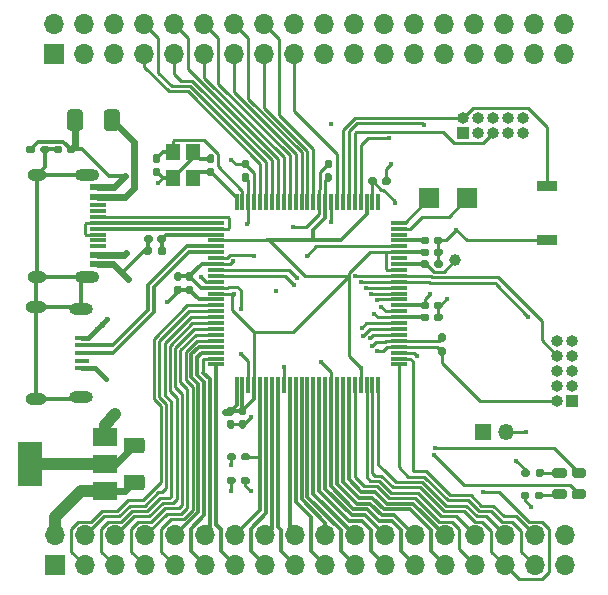
<source format=gbr>
%TF.GenerationSoftware,KiCad,Pcbnew,(5.1.10-1-10_14)*%
%TF.CreationDate,2021-08-18T14:47:54+08:00*%
%TF.ProjectId,jlinkob_hs,6a6c696e-6b6f-4625-9f68-732e6b696361,rev?*%
%TF.SameCoordinates,Original*%
%TF.FileFunction,Copper,L1,Top*%
%TF.FilePolarity,Positive*%
%FSLAX46Y46*%
G04 Gerber Fmt 4.6, Leading zero omitted, Abs format (unit mm)*
G04 Created by KiCad (PCBNEW (5.1.10-1-10_14)) date 2021-08-18 14:47:54*
%MOMM*%
%LPD*%
G01*
G04 APERTURE LIST*
%TA.AperFunction,SMDPad,CuDef*%
%ADD10R,1.750000X1.800000*%
%TD*%
%TA.AperFunction,ComponentPad*%
%ADD11C,1.000000*%
%TD*%
%TA.AperFunction,ComponentPad*%
%ADD12O,1.000000X1.000000*%
%TD*%
%TA.AperFunction,ComponentPad*%
%ADD13R,1.000000X1.000000*%
%TD*%
%TA.AperFunction,SMDPad,CuDef*%
%ADD14R,2.000000X1.500000*%
%TD*%
%TA.AperFunction,SMDPad,CuDef*%
%ADD15R,2.000000X3.800000*%
%TD*%
%TA.AperFunction,ComponentPad*%
%ADD16O,1.700000X1.700000*%
%TD*%
%TA.AperFunction,ComponentPad*%
%ADD17R,1.700000X1.700000*%
%TD*%
%TA.AperFunction,SMDPad,CuDef*%
%ADD18R,1.200000X1.400000*%
%TD*%
%TA.AperFunction,ComponentPad*%
%ADD19O,1.800000X1.000000*%
%TD*%
%TA.AperFunction,ComponentPad*%
%ADD20O,2.000000X1.000000*%
%TD*%
%TA.AperFunction,SMDPad,CuDef*%
%ADD21R,1.300000X0.450000*%
%TD*%
%TA.AperFunction,SMDPad,CuDef*%
%ADD22R,1.699997X0.899998*%
%TD*%
%TA.AperFunction,ComponentPad*%
%ADD23O,1.350000X1.350000*%
%TD*%
%TA.AperFunction,ComponentPad*%
%ADD24R,1.350000X1.350000*%
%TD*%
%TA.AperFunction,SMDPad,CuDef*%
%ADD25R,1.450000X0.600000*%
%TD*%
%TA.AperFunction,SMDPad,CuDef*%
%ADD26R,1.450000X0.300000*%
%TD*%
%TA.AperFunction,ComponentPad*%
%ADD27O,2.100000X1.000000*%
%TD*%
%TA.AperFunction,ComponentPad*%
%ADD28O,1.600000X1.000000*%
%TD*%
%TA.AperFunction,SMDPad,CuDef*%
%ADD29R,1.475000X0.300000*%
%TD*%
%TA.AperFunction,SMDPad,CuDef*%
%ADD30R,0.300000X1.475000*%
%TD*%
%TA.AperFunction,ViaPad*%
%ADD31C,0.450000*%
%TD*%
%TA.AperFunction,Conductor*%
%ADD32C,0.300000*%
%TD*%
%TA.AperFunction,Conductor*%
%ADD33C,0.250000*%
%TD*%
%TA.AperFunction,Conductor*%
%ADD34C,1.000000*%
%TD*%
%TA.AperFunction,Conductor*%
%ADD35C,0.600000*%
%TD*%
%TA.AperFunction,Conductor*%
%ADD36C,0.450000*%
%TD*%
G04 APERTURE END LIST*
D10*
%TO.P,Y2,2*%
%TO.N,Net-(U?.1-Pad49)*%
X138550000Y-66940000D03*
%TO.P,Y2,1*%
%TO.N,Net-(U?.1-Pad50)*%
X135300000Y-66940000D03*
%TD*%
D11*
%TO.P,TP1,1*%
%TO.N,Net-(R2-Pad1)*%
X137500000Y-72190000D03*
%TD*%
D12*
%TO.P,CON2,9*%
%TO.N,GND*%
X147410000Y-78990000D03*
%TO.P,CON2,10*%
%TO.N,PA11*%
X146140000Y-78990000D03*
%TO.P,CON2,7*%
%TO.N,PA22*%
X147410000Y-80260000D03*
%TO.P,CON2,8*%
%TO.N,PA12*%
X146140000Y-80260000D03*
%TO.P,CON2,5*%
%TO.N,PA15*%
X147410000Y-81530000D03*
%TO.P,CON2,6*%
%TO.N,GND*%
X146140000Y-81530000D03*
%TO.P,CON2,3*%
%TO.N,+3V3*%
X147410000Y-82800000D03*
%TO.P,CON2,4*%
%TO.N,PA21*%
X146140000Y-82800000D03*
%TO.P,CON2,2*%
%TO.N,PA3*%
X146140000Y-84070000D03*
D13*
%TO.P,CON2,1*%
%TO.N,N/C*%
X147410000Y-84070000D03*
%TD*%
D14*
%TO.P,U1,1*%
%TO.N,GND*%
X107820000Y-91730000D03*
%TO.P,U1,3*%
%TO.N,VBUS*%
X107820000Y-87130000D03*
%TO.P,U1,2*%
%TO.N,+3V3*%
X107820000Y-89430000D03*
D15*
X101520000Y-89430000D03*
%TD*%
%TO.P,C19,2*%
%TO.N,GND*%
%TA.AperFunction,SMDPad,CuDef*%
G36*
G01*
X114855000Y-74320000D02*
X115165000Y-74320000D01*
G75*
G02*
X115320000Y-74475000I0J-155000D01*
G01*
X115320000Y-74900000D01*
G75*
G02*
X115165000Y-75055000I-155000J0D01*
G01*
X114855000Y-75055000D01*
G75*
G02*
X114700000Y-74900000I0J155000D01*
G01*
X114700000Y-74475000D01*
G75*
G02*
X114855000Y-74320000I155000J0D01*
G01*
G37*
%TD.AperFunction*%
%TO.P,C19,1*%
%TO.N,VCC*%
%TA.AperFunction,SMDPad,CuDef*%
G36*
G01*
X114855000Y-73185000D02*
X115165000Y-73185000D01*
G75*
G02*
X115320000Y-73340000I0J-155000D01*
G01*
X115320000Y-73765000D01*
G75*
G02*
X115165000Y-73920000I-155000J0D01*
G01*
X114855000Y-73920000D01*
G75*
G02*
X114700000Y-73765000I0J155000D01*
G01*
X114700000Y-73340000D01*
G75*
G02*
X114855000Y-73185000I155000J0D01*
G01*
G37*
%TD.AperFunction*%
%TD*%
%TO.P,R8,2*%
%TO.N,SHIELD*%
%TA.AperFunction,SMDPad,CuDef*%
G36*
G01*
X102390000Y-62960000D02*
X102390000Y-62640000D01*
G75*
G02*
X102550000Y-62480000I160000J0D01*
G01*
X102945000Y-62480000D01*
G75*
G02*
X103105000Y-62640000I0J-160000D01*
G01*
X103105000Y-62960000D01*
G75*
G02*
X102945000Y-63120000I-160000J0D01*
G01*
X102550000Y-63120000D01*
G75*
G02*
X102390000Y-62960000I0J160000D01*
G01*
G37*
%TD.AperFunction*%
%TO.P,R8,1*%
%TO.N,GND*%
%TA.AperFunction,SMDPad,CuDef*%
G36*
G01*
X101195000Y-62960000D02*
X101195000Y-62640000D01*
G75*
G02*
X101355000Y-62480000I160000J0D01*
G01*
X101750000Y-62480000D01*
G75*
G02*
X101910000Y-62640000I0J-160000D01*
G01*
X101910000Y-62960000D01*
G75*
G02*
X101750000Y-63120000I-160000J0D01*
G01*
X101355000Y-63120000D01*
G75*
G02*
X101195000Y-62960000I0J160000D01*
G01*
G37*
%TD.AperFunction*%
%TD*%
%TO.P,C27,2*%
%TO.N,SHIELD*%
%TA.AperFunction,SMDPad,CuDef*%
G36*
G01*
X104220000Y-62645000D02*
X104220000Y-62955000D01*
G75*
G02*
X104065000Y-63110000I-155000J0D01*
G01*
X103640000Y-63110000D01*
G75*
G02*
X103485000Y-62955000I0J155000D01*
G01*
X103485000Y-62645000D01*
G75*
G02*
X103640000Y-62490000I155000J0D01*
G01*
X104065000Y-62490000D01*
G75*
G02*
X104220000Y-62645000I0J-155000D01*
G01*
G37*
%TD.AperFunction*%
%TO.P,C27,1*%
%TO.N,GND*%
%TA.AperFunction,SMDPad,CuDef*%
G36*
G01*
X105355000Y-62645000D02*
X105355000Y-62955000D01*
G75*
G02*
X105200000Y-63110000I-155000J0D01*
G01*
X104775000Y-63110000D01*
G75*
G02*
X104620000Y-62955000I0J155000D01*
G01*
X104620000Y-62645000D01*
G75*
G02*
X104775000Y-62490000I155000J0D01*
G01*
X105200000Y-62490000D01*
G75*
G02*
X105355000Y-62645000I0J-155000D01*
G01*
G37*
%TD.AperFunction*%
%TD*%
D16*
%TO.P,J5,36*%
%TO.N,GND*%
X146760000Y-52210000D03*
%TO.P,J5,35*%
X146760000Y-54750000D03*
%TO.P,J5,34*%
X144220000Y-52210000D03*
%TO.P,J5,33*%
X144220000Y-54750000D03*
%TO.P,J5,32*%
%TO.N,+3V3*%
X141680000Y-52210000D03*
%TO.P,J5,31*%
X141680000Y-54750000D03*
%TO.P,J5,30*%
X139140000Y-52210000D03*
%TO.P,J5,29*%
X139140000Y-54750000D03*
%TO.P,J5,28*%
%TO.N,PA2*%
X136600000Y-52210000D03*
%TO.P,J5,27*%
%TO.N,PA3*%
X136600000Y-54750000D03*
%TO.P,J5,26*%
%TO.N,PA4*%
X134060000Y-52210000D03*
%TO.P,J5,25*%
%TO.N,PA5*%
X134060000Y-54750000D03*
%TO.P,J5,24*%
%TO.N,PA6*%
X131520000Y-52210000D03*
%TO.P,J5,23*%
%TO.N,PA7*%
X131520000Y-54750000D03*
%TO.P,J5,22*%
%TO.N,PA8*%
X128980000Y-52210000D03*
%TO.P,J5,21*%
%TO.N,PA9*%
X128980000Y-54750000D03*
%TO.P,J5,20*%
%TO.N,PA10*%
X126440000Y-52210000D03*
%TO.P,J5,19*%
%TO.N,PA11*%
X126440000Y-54750000D03*
%TO.P,J5,18*%
%TO.N,PA12*%
X123900000Y-52210000D03*
%TO.P,J5,17*%
%TO.N,PB24*%
X123900000Y-54750000D03*
%TO.P,J5,16*%
%TO.N,PB23*%
X121360000Y-52210000D03*
%TO.P,J5,15*%
%TO.N,PB22*%
X121360000Y-54750000D03*
%TO.P,J5,14*%
%TO.N,PB21*%
X118820000Y-52210000D03*
%TO.P,J5,13*%
%TO.N,PB20*%
X118820000Y-54750000D03*
%TO.P,J5,12*%
%TO.N,PB19*%
X116280000Y-52210000D03*
%TO.P,J5,11*%
%TO.N,PB18*%
X116280000Y-54750000D03*
%TO.P,J5,10*%
%TO.N,PB17*%
X113740000Y-52210000D03*
%TO.P,J5,9*%
%TO.N,PB14*%
X113740000Y-54750000D03*
%TO.P,J5,8*%
%TO.N,PB10*%
X111200000Y-52210000D03*
%TO.P,J5,7*%
%TO.N,PB9*%
X111200000Y-54750000D03*
%TO.P,J5,6*%
%TO.N,PA31*%
X108660000Y-52210000D03*
%TO.P,J5,5*%
%TO.N,VCC*%
X108660000Y-54750000D03*
%TO.P,J5,4*%
%TO.N,+3V3*%
X106120000Y-52210000D03*
%TO.P,J5,3*%
X106120000Y-54750000D03*
%TO.P,J5,2*%
%TO.N,GND*%
X103580000Y-52210000D03*
D17*
%TO.P,J5,1*%
X103580000Y-54750000D03*
%TD*%
D16*
%TO.P,J4,36*%
%TO.N,GND*%
X146810000Y-95480000D03*
%TO.P,J4,35*%
X146810000Y-98020000D03*
%TO.P,J4,34*%
%TO.N,PA1*%
X144270000Y-95480000D03*
%TO.P,J4,33*%
%TO.N,PA0*%
X144270000Y-98020000D03*
%TO.P,J4,32*%
%TO.N,PA26*%
X141730000Y-95480000D03*
%TO.P,J4,31*%
%TO.N,PA25*%
X141730000Y-98020000D03*
%TO.P,J4,30*%
%TO.N,PA24*%
X139190000Y-95480000D03*
%TO.P,J4,29*%
%TO.N,PA23*%
X139190000Y-98020000D03*
%TO.P,J4,28*%
%TO.N,PA21*%
X136650000Y-95480000D03*
%TO.P,J4,27*%
%TO.N,PA20*%
X136650000Y-98020000D03*
%TO.P,J4,26*%
%TO.N,PA19*%
X134110000Y-95480000D03*
%TO.P,J4,25*%
%TO.N,PA18*%
X134110000Y-98020000D03*
%TO.P,J4,24*%
%TO.N,PB15*%
X131570000Y-95480000D03*
%TO.P,J4,23*%
%TO.N,PB16*%
X131570000Y-98020000D03*
%TO.P,J4,22*%
%TO.N,PA17*%
X129030000Y-95480000D03*
%TO.P,J4,21*%
%TO.N,PA16*%
X129030000Y-98020000D03*
%TO.P,J4,20*%
%TO.N,PA15*%
X126490000Y-95480000D03*
%TO.P,J4,19*%
%TO.N,PA14*%
X126490000Y-98020000D03*
%TO.P,J4,18*%
%TO.N,PA13*%
X123950000Y-95480000D03*
%TO.P,J4,17*%
%TO.N,PB4*%
X123950000Y-98020000D03*
%TO.P,J4,16*%
%TO.N,PB3*%
X121410000Y-95480000D03*
%TO.P,J4,15*%
%TO.N,PA30*%
X121410000Y-98020000D03*
%TO.P,J4,14*%
%TO.N,PA22*%
X118870000Y-95480000D03*
%TO.P,J4,13*%
%TO.N,PB8*%
X118870000Y-98020000D03*
%TO.P,J4,12*%
%TO.N,PB7*%
X116330000Y-95480000D03*
%TO.P,J4,11*%
%TO.N,PB6*%
X116330000Y-98020000D03*
%TO.P,J4,10*%
%TO.N,PB5*%
X113790000Y-95480000D03*
%TO.P,J4,9*%
%TO.N,PA27*%
X113790000Y-98020000D03*
%TO.P,J4,8*%
%TO.N,PB13*%
X111250000Y-95480000D03*
%TO.P,J4,7*%
%TO.N,PB12*%
X111250000Y-98020000D03*
%TO.P,J4,6*%
%TO.N,PB11*%
X108710000Y-95480000D03*
%TO.P,J4,5*%
%TO.N,PB2*%
X108710000Y-98020000D03*
%TO.P,J4,4*%
%TO.N,PB1*%
X106170000Y-95480000D03*
%TO.P,J4,3*%
%TO.N,PB0*%
X106170000Y-98020000D03*
%TO.P,J4,2*%
%TO.N,GND*%
X103630000Y-95480000D03*
D17*
%TO.P,J4,1*%
X103630000Y-98020000D03*
%TD*%
D18*
%TO.P,Y1,4*%
%TO.N,GND*%
X115350000Y-63030000D03*
%TO.P,Y1,3*%
%TO.N,Net-(C2-Pad2)*%
X115350000Y-65230000D03*
%TO.P,Y1,2*%
%TO.N,GND*%
X113650000Y-65230000D03*
%TO.P,Y1,1*%
%TO.N,Net-(C1-Pad2)*%
X113650000Y-63030000D03*
%TD*%
D19*
%TO.P,J2,0*%
%TO.N,SHIELD*%
X102050000Y-83908824D03*
X102050000Y-76158824D03*
D20*
X105850000Y-83758824D03*
X105850000Y-76308824D03*
D21*
%TO.P,J2,5*%
%TO.N,GND*%
X105900000Y-81333824D03*
%TO.P,J2,4*%
%TO.N,N/C*%
X105900000Y-80683824D03*
%TO.P,J2,3*%
%TO.N,USB_FS_DP*%
X105900000Y-80033824D03*
%TO.P,J2,2*%
%TO.N,USB_FS_DM*%
X105900000Y-79383824D03*
%TO.P,J2,1*%
%TO.N,VBUS*%
X105900000Y-78733824D03*
%TD*%
%TO.P,C26,2*%
%TO.N,GND*%
%TA.AperFunction,SMDPad,CuDef*%
G36*
G01*
X105980000Y-59659999D02*
X105980000Y-60960001D01*
G75*
G02*
X105730001Y-61210000I-249999J0D01*
G01*
X104904999Y-61210000D01*
G75*
G02*
X104655000Y-60960001I0J249999D01*
G01*
X104655000Y-59659999D01*
G75*
G02*
X104904999Y-59410000I249999J0D01*
G01*
X105730001Y-59410000D01*
G75*
G02*
X105980000Y-59659999I0J-249999D01*
G01*
G37*
%TD.AperFunction*%
%TO.P,C26,1*%
%TO.N,VBUS*%
%TA.AperFunction,SMDPad,CuDef*%
G36*
G01*
X109105000Y-59659999D02*
X109105000Y-60960001D01*
G75*
G02*
X108855001Y-61210000I-249999J0D01*
G01*
X108029999Y-61210000D01*
G75*
G02*
X107780000Y-60960001I0J249999D01*
G01*
X107780000Y-59659999D01*
G75*
G02*
X108029999Y-59410000I249999J0D01*
G01*
X108855001Y-59410000D01*
G75*
G02*
X109105000Y-59659999I0J-249999D01*
G01*
G37*
%TD.AperFunction*%
%TD*%
%TO.P,C13,2*%
%TO.N,GND*%
%TA.AperFunction,SMDPad,CuDef*%
G36*
G01*
X109679999Y-90320000D02*
X110980001Y-90320000D01*
G75*
G02*
X111230000Y-90569999I0J-249999D01*
G01*
X111230000Y-91395001D01*
G75*
G02*
X110980001Y-91645000I-249999J0D01*
G01*
X109679999Y-91645000D01*
G75*
G02*
X109430000Y-91395001I0J249999D01*
G01*
X109430000Y-90569999D01*
G75*
G02*
X109679999Y-90320000I249999J0D01*
G01*
G37*
%TD.AperFunction*%
%TO.P,C13,1*%
%TO.N,+3V3*%
%TA.AperFunction,SMDPad,CuDef*%
G36*
G01*
X109679999Y-87195000D02*
X110980001Y-87195000D01*
G75*
G02*
X111230000Y-87444999I0J-249999D01*
G01*
X111230000Y-88270001D01*
G75*
G02*
X110980001Y-88520000I-249999J0D01*
G01*
X109679999Y-88520000D01*
G75*
G02*
X109430000Y-88270001I0J249999D01*
G01*
X109430000Y-87444999D01*
G75*
G02*
X109679999Y-87195000I249999J0D01*
G01*
G37*
%TD.AperFunction*%
%TD*%
%TO.P,R7,2*%
%TO.N,PA3*%
%TA.AperFunction,SMDPad,CuDef*%
G36*
G01*
X136220000Y-79560000D02*
X136540000Y-79560000D01*
G75*
G02*
X136700000Y-79720000I0J-160000D01*
G01*
X136700000Y-80115000D01*
G75*
G02*
X136540000Y-80275000I-160000J0D01*
G01*
X136220000Y-80275000D01*
G75*
G02*
X136060000Y-80115000I0J160000D01*
G01*
X136060000Y-79720000D01*
G75*
G02*
X136220000Y-79560000I160000J0D01*
G01*
G37*
%TD.AperFunction*%
%TO.P,R7,1*%
%TO.N,PA4*%
%TA.AperFunction,SMDPad,CuDef*%
G36*
G01*
X136220000Y-78365000D02*
X136540000Y-78365000D01*
G75*
G02*
X136700000Y-78525000I0J-160000D01*
G01*
X136700000Y-78920000D01*
G75*
G02*
X136540000Y-79080000I-160000J0D01*
G01*
X136220000Y-79080000D01*
G75*
G02*
X136060000Y-78920000I0J160000D01*
G01*
X136060000Y-78525000D01*
G75*
G02*
X136220000Y-78365000I160000J0D01*
G01*
G37*
%TD.AperFunction*%
%TD*%
%TO.P,R6,2*%
%TO.N,PA17*%
%TA.AperFunction,SMDPad,CuDef*%
G36*
G01*
X118920000Y-88650000D02*
X118920000Y-88970000D01*
G75*
G02*
X118760000Y-89130000I-160000J0D01*
G01*
X118365000Y-89130000D01*
G75*
G02*
X118205000Y-88970000I0J160000D01*
G01*
X118205000Y-88650000D01*
G75*
G02*
X118365000Y-88490000I160000J0D01*
G01*
X118760000Y-88490000D01*
G75*
G02*
X118920000Y-88650000I0J-160000D01*
G01*
G37*
%TD.AperFunction*%
%TO.P,R6,1*%
%TO.N,PA22*%
%TA.AperFunction,SMDPad,CuDef*%
G36*
G01*
X120115000Y-88650000D02*
X120115000Y-88970000D01*
G75*
G02*
X119955000Y-89130000I-160000J0D01*
G01*
X119560000Y-89130000D01*
G75*
G02*
X119400000Y-88970000I0J160000D01*
G01*
X119400000Y-88650000D01*
G75*
G02*
X119560000Y-88490000I160000J0D01*
G01*
X119955000Y-88490000D01*
G75*
G02*
X120115000Y-88650000I0J-160000D01*
G01*
G37*
%TD.AperFunction*%
%TD*%
%TO.P,R5,2*%
%TO.N,PA18*%
%TA.AperFunction,SMDPad,CuDef*%
G36*
G01*
X118910000Y-90670000D02*
X118910000Y-90990000D01*
G75*
G02*
X118750000Y-91150000I-160000J0D01*
G01*
X118355000Y-91150000D01*
G75*
G02*
X118195000Y-90990000I0J160000D01*
G01*
X118195000Y-90670000D01*
G75*
G02*
X118355000Y-90510000I160000J0D01*
G01*
X118750000Y-90510000D01*
G75*
G02*
X118910000Y-90670000I0J-160000D01*
G01*
G37*
%TD.AperFunction*%
%TO.P,R5,1*%
%TO.N,PA15*%
%TA.AperFunction,SMDPad,CuDef*%
G36*
G01*
X120105000Y-90670000D02*
X120105000Y-90990000D01*
G75*
G02*
X119945000Y-91150000I-160000J0D01*
G01*
X119550000Y-91150000D01*
G75*
G02*
X119390000Y-90990000I0J160000D01*
G01*
X119390000Y-90670000D01*
G75*
G02*
X119550000Y-90510000I160000J0D01*
G01*
X119945000Y-90510000D01*
G75*
G02*
X120105000Y-90670000I0J-160000D01*
G01*
G37*
%TD.AperFunction*%
%TD*%
%TO.P,R4,2*%
%TO.N,+3V3*%
%TA.AperFunction,SMDPad,CuDef*%
G36*
G01*
X143780000Y-91920000D02*
X143780000Y-92240000D01*
G75*
G02*
X143620000Y-92400000I-160000J0D01*
G01*
X143225000Y-92400000D01*
G75*
G02*
X143065000Y-92240000I0J160000D01*
G01*
X143065000Y-91920000D01*
G75*
G02*
X143225000Y-91760000I160000J0D01*
G01*
X143620000Y-91760000D01*
G75*
G02*
X143780000Y-91920000I0J-160000D01*
G01*
G37*
%TD.AperFunction*%
%TO.P,R4,1*%
%TO.N,Net-(D3-Pad2)*%
%TA.AperFunction,SMDPad,CuDef*%
G36*
G01*
X144975000Y-91920000D02*
X144975000Y-92240000D01*
G75*
G02*
X144815000Y-92400000I-160000J0D01*
G01*
X144420000Y-92400000D01*
G75*
G02*
X144260000Y-92240000I0J160000D01*
G01*
X144260000Y-91920000D01*
G75*
G02*
X144420000Y-91760000I160000J0D01*
G01*
X144815000Y-91760000D01*
G75*
G02*
X144975000Y-91920000I0J-160000D01*
G01*
G37*
%TD.AperFunction*%
%TD*%
%TO.P,R3,2*%
%TO.N,+3V3*%
%TA.AperFunction,SMDPad,CuDef*%
G36*
G01*
X143832500Y-90020000D02*
X143832500Y-90340000D01*
G75*
G02*
X143672500Y-90500000I-160000J0D01*
G01*
X143277500Y-90500000D01*
G75*
G02*
X143117500Y-90340000I0J160000D01*
G01*
X143117500Y-90020000D01*
G75*
G02*
X143277500Y-89860000I160000J0D01*
G01*
X143672500Y-89860000D01*
G75*
G02*
X143832500Y-90020000I0J-160000D01*
G01*
G37*
%TD.AperFunction*%
%TO.P,R3,1*%
%TO.N,Net-(D2-Pad2)*%
%TA.AperFunction,SMDPad,CuDef*%
G36*
G01*
X145027500Y-90020000D02*
X145027500Y-90340000D01*
G75*
G02*
X144867500Y-90500000I-160000J0D01*
G01*
X144472500Y-90500000D01*
G75*
G02*
X144312500Y-90340000I0J160000D01*
G01*
X144312500Y-90020000D01*
G75*
G02*
X144472500Y-89860000I160000J0D01*
G01*
X144867500Y-89860000D01*
G75*
G02*
X145027500Y-90020000I0J-160000D01*
G01*
G37*
%TD.AperFunction*%
%TD*%
%TO.P,D3,2*%
%TO.N,Net-(D3-Pad2)*%
%TA.AperFunction,SMDPad,CuDef*%
G36*
G01*
X146957500Y-91767500D02*
X146957500Y-92192500D01*
G75*
G02*
X146745000Y-92405000I-212500J0D01*
G01*
X145945000Y-92405000D01*
G75*
G02*
X145732500Y-92192500I0J212500D01*
G01*
X145732500Y-91767500D01*
G75*
G02*
X145945000Y-91555000I212500J0D01*
G01*
X146745000Y-91555000D01*
G75*
G02*
X146957500Y-91767500I0J-212500D01*
G01*
G37*
%TD.AperFunction*%
%TO.P,D3,1*%
%TO.N,PA29*%
%TA.AperFunction,SMDPad,CuDef*%
G36*
G01*
X148582500Y-91767500D02*
X148582500Y-92192500D01*
G75*
G02*
X148370000Y-92405000I-212500J0D01*
G01*
X147570000Y-92405000D01*
G75*
G02*
X147357500Y-92192500I0J212500D01*
G01*
X147357500Y-91767500D01*
G75*
G02*
X147570000Y-91555000I212500J0D01*
G01*
X148370000Y-91555000D01*
G75*
G02*
X148582500Y-91767500I0J-212500D01*
G01*
G37*
%TD.AperFunction*%
%TD*%
%TO.P,D2,2*%
%TO.N,Net-(D2-Pad2)*%
%TA.AperFunction,SMDPad,CuDef*%
G36*
G01*
X146957500Y-89967500D02*
X146957500Y-90392500D01*
G75*
G02*
X146745000Y-90605000I-212500J0D01*
G01*
X145945000Y-90605000D01*
G75*
G02*
X145732500Y-90392500I0J212500D01*
G01*
X145732500Y-89967500D01*
G75*
G02*
X145945000Y-89755000I212500J0D01*
G01*
X146745000Y-89755000D01*
G75*
G02*
X146957500Y-89967500I0J-212500D01*
G01*
G37*
%TD.AperFunction*%
%TO.P,D2,1*%
%TO.N,PA28*%
%TA.AperFunction,SMDPad,CuDef*%
G36*
G01*
X148582500Y-89967500D02*
X148582500Y-90392500D01*
G75*
G02*
X148370000Y-90605000I-212500J0D01*
G01*
X147570000Y-90605000D01*
G75*
G02*
X147357500Y-90392500I0J212500D01*
G01*
X147357500Y-89967500D01*
G75*
G02*
X147570000Y-89755000I212500J0D01*
G01*
X148370000Y-89755000D01*
G75*
G02*
X148582500Y-89967500I0J-212500D01*
G01*
G37*
%TD.AperFunction*%
%TD*%
D22*
%TO.P,SW1,1*%
%TO.N,HOST_RESET*%
X145260000Y-65860030D03*
%TO.P,SW1,2*%
%TO.N,GND*%
X145260000Y-70459970D03*
%TD*%
D23*
%TO.P,J3,2*%
%TO.N,GND*%
X141850000Y-86730000D03*
D24*
%TO.P,J3,1*%
%TO.N,PA25*%
X139850000Y-86730000D03*
%TD*%
D12*
%TO.P,CON1,9*%
%TO.N,GND*%
X143240000Y-61390000D03*
%TO.P,CON1,10*%
%TO.N,N/C*%
X143240000Y-60120000D03*
%TO.P,CON1,7*%
%TO.N,HOST_SWCLK*%
X141970000Y-61390000D03*
%TO.P,CON1,8*%
%TO.N,N/C*%
X141970000Y-60120000D03*
%TO.P,CON1,5*%
%TO.N,HOST_SWDIO*%
X140700000Y-61390000D03*
%TO.P,CON1,6*%
%TO.N,GND*%
X140700000Y-60120000D03*
%TO.P,CON1,3*%
%TO.N,+3V3*%
X139430000Y-61390000D03*
%TO.P,CON1,4*%
%TO.N,HOST_SWO*%
X139430000Y-60120000D03*
%TO.P,CON1,2*%
%TO.N,HOST_RESET*%
X138160000Y-60120000D03*
D13*
%TO.P,CON1,1*%
%TO.N,N/C*%
X138160000Y-61390000D03*
%TD*%
%TO.P,C18,2*%
%TO.N,GND*%
%TA.AperFunction,SMDPad,CuDef*%
G36*
G01*
X113865000Y-74320000D02*
X114175000Y-74320000D01*
G75*
G02*
X114330000Y-74475000I0J-155000D01*
G01*
X114330000Y-74900000D01*
G75*
G02*
X114175000Y-75055000I-155000J0D01*
G01*
X113865000Y-75055000D01*
G75*
G02*
X113710000Y-74900000I0J155000D01*
G01*
X113710000Y-74475000D01*
G75*
G02*
X113865000Y-74320000I155000J0D01*
G01*
G37*
%TD.AperFunction*%
%TO.P,C18,1*%
%TO.N,VCC*%
%TA.AperFunction,SMDPad,CuDef*%
G36*
G01*
X113865000Y-73185000D02*
X114175000Y-73185000D01*
G75*
G02*
X114330000Y-73340000I0J-155000D01*
G01*
X114330000Y-73765000D01*
G75*
G02*
X114175000Y-73920000I-155000J0D01*
G01*
X113865000Y-73920000D01*
G75*
G02*
X113710000Y-73765000I0J155000D01*
G01*
X113710000Y-73340000D01*
G75*
G02*
X113865000Y-73185000I155000J0D01*
G01*
G37*
%TD.AperFunction*%
%TD*%
%TO.P,C17,2*%
%TO.N,GND*%
%TA.AperFunction,SMDPad,CuDef*%
G36*
G01*
X135700000Y-77155000D02*
X135700000Y-76845000D01*
G75*
G02*
X135855000Y-76690000I155000J0D01*
G01*
X136280000Y-76690000D01*
G75*
G02*
X136435000Y-76845000I0J-155000D01*
G01*
X136435000Y-77155000D01*
G75*
G02*
X136280000Y-77310000I-155000J0D01*
G01*
X135855000Y-77310000D01*
G75*
G02*
X135700000Y-77155000I0J155000D01*
G01*
G37*
%TD.AperFunction*%
%TO.P,C17,1*%
%TO.N,VCC*%
%TA.AperFunction,SMDPad,CuDef*%
G36*
G01*
X134565000Y-77155000D02*
X134565000Y-76845000D01*
G75*
G02*
X134720000Y-76690000I155000J0D01*
G01*
X135145000Y-76690000D01*
G75*
G02*
X135300000Y-76845000I0J-155000D01*
G01*
X135300000Y-77155000D01*
G75*
G02*
X135145000Y-77310000I-155000J0D01*
G01*
X134720000Y-77310000D01*
G75*
G02*
X134565000Y-77155000I0J155000D01*
G01*
G37*
%TD.AperFunction*%
%TD*%
%TO.P,C14,2*%
%TO.N,GND*%
%TA.AperFunction,SMDPad,CuDef*%
G36*
G01*
X119905000Y-64400000D02*
X119595000Y-64400000D01*
G75*
G02*
X119440000Y-64245000I0J155000D01*
G01*
X119440000Y-63820000D01*
G75*
G02*
X119595000Y-63665000I155000J0D01*
G01*
X119905000Y-63665000D01*
G75*
G02*
X120060000Y-63820000I0J-155000D01*
G01*
X120060000Y-64245000D01*
G75*
G02*
X119905000Y-64400000I-155000J0D01*
G01*
G37*
%TD.AperFunction*%
%TO.P,C14,1*%
%TO.N,VCC*%
%TA.AperFunction,SMDPad,CuDef*%
G36*
G01*
X119905000Y-65535000D02*
X119595000Y-65535000D01*
G75*
G02*
X119440000Y-65380000I0J155000D01*
G01*
X119440000Y-64955000D01*
G75*
G02*
X119595000Y-64800000I155000J0D01*
G01*
X119905000Y-64800000D01*
G75*
G02*
X120060000Y-64955000I0J-155000D01*
G01*
X120060000Y-65380000D01*
G75*
G02*
X119905000Y-65535000I-155000J0D01*
G01*
G37*
%TD.AperFunction*%
%TD*%
%TO.P,C12,2*%
%TO.N,GND*%
%TA.AperFunction,SMDPad,CuDef*%
G36*
G01*
X119345000Y-85700000D02*
X119655000Y-85700000D01*
G75*
G02*
X119810000Y-85855000I0J-155000D01*
G01*
X119810000Y-86280000D01*
G75*
G02*
X119655000Y-86435000I-155000J0D01*
G01*
X119345000Y-86435000D01*
G75*
G02*
X119190000Y-86280000I0J155000D01*
G01*
X119190000Y-85855000D01*
G75*
G02*
X119345000Y-85700000I155000J0D01*
G01*
G37*
%TD.AperFunction*%
%TO.P,C12,1*%
%TO.N,+3V3*%
%TA.AperFunction,SMDPad,CuDef*%
G36*
G01*
X119345000Y-84565000D02*
X119655000Y-84565000D01*
G75*
G02*
X119810000Y-84720000I0J-155000D01*
G01*
X119810000Y-85145000D01*
G75*
G02*
X119655000Y-85300000I-155000J0D01*
G01*
X119345000Y-85300000D01*
G75*
G02*
X119190000Y-85145000I0J155000D01*
G01*
X119190000Y-84720000D01*
G75*
G02*
X119345000Y-84565000I155000J0D01*
G01*
G37*
%TD.AperFunction*%
%TD*%
%TO.P,C11,2*%
%TO.N,GND*%
%TA.AperFunction,SMDPad,CuDef*%
G36*
G01*
X118345000Y-85700000D02*
X118655000Y-85700000D01*
G75*
G02*
X118810000Y-85855000I0J-155000D01*
G01*
X118810000Y-86280000D01*
G75*
G02*
X118655000Y-86435000I-155000J0D01*
G01*
X118345000Y-86435000D01*
G75*
G02*
X118190000Y-86280000I0J155000D01*
G01*
X118190000Y-85855000D01*
G75*
G02*
X118345000Y-85700000I155000J0D01*
G01*
G37*
%TD.AperFunction*%
%TO.P,C11,1*%
%TO.N,+3V3*%
%TA.AperFunction,SMDPad,CuDef*%
G36*
G01*
X118345000Y-84565000D02*
X118655000Y-84565000D01*
G75*
G02*
X118810000Y-84720000I0J-155000D01*
G01*
X118810000Y-85145000D01*
G75*
G02*
X118655000Y-85300000I-155000J0D01*
G01*
X118345000Y-85300000D01*
G75*
G02*
X118190000Y-85145000I0J155000D01*
G01*
X118190000Y-84720000D01*
G75*
G02*
X118345000Y-84565000I155000J0D01*
G01*
G37*
%TD.AperFunction*%
%TD*%
%TO.P,C10,2*%
%TO.N,GND*%
%TA.AperFunction,SMDPad,CuDef*%
G36*
G01*
X135700000Y-76155000D02*
X135700000Y-75845000D01*
G75*
G02*
X135855000Y-75690000I155000J0D01*
G01*
X136280000Y-75690000D01*
G75*
G02*
X136435000Y-75845000I0J-155000D01*
G01*
X136435000Y-76155000D01*
G75*
G02*
X136280000Y-76310000I-155000J0D01*
G01*
X135855000Y-76310000D01*
G75*
G02*
X135700000Y-76155000I0J155000D01*
G01*
G37*
%TD.AperFunction*%
%TO.P,C10,1*%
%TO.N,+3V3*%
%TA.AperFunction,SMDPad,CuDef*%
G36*
G01*
X134565000Y-76155000D02*
X134565000Y-75845000D01*
G75*
G02*
X134720000Y-75690000I155000J0D01*
G01*
X135145000Y-75690000D01*
G75*
G02*
X135300000Y-75845000I0J-155000D01*
G01*
X135300000Y-76155000D01*
G75*
G02*
X135145000Y-76310000I-155000J0D01*
G01*
X134720000Y-76310000D01*
G75*
G02*
X134565000Y-76155000I0J155000D01*
G01*
G37*
%TD.AperFunction*%
%TD*%
%TO.P,C7,2*%
%TO.N,GND*%
%TA.AperFunction,SMDPad,CuDef*%
G36*
G01*
X135700000Y-71655000D02*
X135700000Y-71345000D01*
G75*
G02*
X135855000Y-71190000I155000J0D01*
G01*
X136280000Y-71190000D01*
G75*
G02*
X136435000Y-71345000I0J-155000D01*
G01*
X136435000Y-71655000D01*
G75*
G02*
X136280000Y-71810000I-155000J0D01*
G01*
X135855000Y-71810000D01*
G75*
G02*
X135700000Y-71655000I0J155000D01*
G01*
G37*
%TD.AperFunction*%
%TO.P,C7,1*%
%TO.N,+3V3*%
%TA.AperFunction,SMDPad,CuDef*%
G36*
G01*
X134565000Y-71655000D02*
X134565000Y-71345000D01*
G75*
G02*
X134720000Y-71190000I155000J0D01*
G01*
X135145000Y-71190000D01*
G75*
G02*
X135300000Y-71345000I0J-155000D01*
G01*
X135300000Y-71655000D01*
G75*
G02*
X135145000Y-71810000I-155000J0D01*
G01*
X134720000Y-71810000D01*
G75*
G02*
X134565000Y-71655000I0J155000D01*
G01*
G37*
%TD.AperFunction*%
%TD*%
D25*
%TO.P,J1,B1*%
%TO.N,GND*%
X107225000Y-72500000D03*
%TO.P,J1,A9*%
%TO.N,VBUS*%
X107225000Y-71700000D03*
%TO.P,J1,B9*%
X107225000Y-66800000D03*
%TO.P,J1,B12*%
%TO.N,GND*%
X107225000Y-66000000D03*
%TO.P,J1,A1*%
X107225000Y-66000000D03*
%TO.P,J1,A4*%
%TO.N,VBUS*%
X107225000Y-66800000D03*
%TO.P,J1,B4*%
X107225000Y-71700000D03*
%TO.P,J1,A12*%
%TO.N,GND*%
X107225000Y-72500000D03*
D26*
%TO.P,J1,B8*%
%TO.N,N/C*%
X107225000Y-67500000D03*
%TO.P,J1,A5*%
X107225000Y-68000000D03*
%TO.P,J1,B7*%
%TO.N,USB_HS_DM*%
X107225000Y-68500000D03*
%TO.P,J1,A7*%
X107225000Y-69500000D03*
%TO.P,J1,B6*%
%TO.N,USB_HS_DP*%
X107225000Y-70000000D03*
%TO.P,J1,A8*%
%TO.N,N/C*%
X107225000Y-70500000D03*
%TO.P,J1,B5*%
X107225000Y-71000000D03*
%TO.P,J1,A6*%
%TO.N,USB_HS_DP*%
X107225000Y-69000000D03*
D27*
%TO.P,J1,S1*%
%TO.N,SHIELD*%
X106310000Y-73570000D03*
X106310000Y-64930000D03*
D28*
X102130000Y-64930000D03*
X102130000Y-73570000D03*
%TD*%
D29*
%TO.P,U?.1,100*%
%TO.N,PB8*%
X117262000Y-81000000D03*
%TO.P,U?.1,99*%
%TO.N,PB7*%
X117262000Y-80500000D03*
%TO.P,U?.1,98*%
%TO.N,PB6*%
X117262000Y-80000000D03*
%TO.P,U?.1,97*%
%TO.N,PB5*%
X117262000Y-79500000D03*
%TO.P,U?.1,96*%
%TO.N,PA27*%
X117262000Y-79000000D03*
%TO.P,U?.1,95*%
%TO.N,PB13*%
X117262000Y-78500000D03*
%TO.P,U?.1,94*%
%TO.N,PB12*%
X117262000Y-78000000D03*
%TO.P,U?.1,93*%
%TO.N,PB11*%
X117262000Y-77500000D03*
%TO.P,U?.1,92*%
%TO.N,PB2*%
X117262000Y-77000000D03*
%TO.P,U?.1,91*%
%TO.N,PB1*%
X117262000Y-76500000D03*
%TO.P,U?.1,90*%
%TO.N,PB0*%
X117262000Y-76000000D03*
%TO.P,U?.1,89*%
%TO.N,GND*%
X117262000Y-75500000D03*
%TO.P,U?.1,88*%
%TO.N,+3V3*%
X117262000Y-75000000D03*
%TO.P,U?.1,87*%
%TO.N,VCC*%
X117262000Y-74500000D03*
%TO.P,U?.1,86*%
%TO.N,PA31*%
X117262000Y-74000000D03*
%TO.P,U?.1,85*%
%TO.N,PA29*%
X117262000Y-73500000D03*
%TO.P,U?.1,84*%
%TO.N,PA28*%
X117262000Y-73000000D03*
%TO.P,U?.1,83*%
%TO.N,VCC*%
X117262000Y-72500000D03*
%TO.P,U?.1,82*%
%TO.N,GND*%
X117262000Y-72000000D03*
%TO.P,U?.1,81*%
%TO.N,USB_FS_DP*%
X117262000Y-71500000D03*
%TO.P,U?.1,80*%
%TO.N,USB_FS_DM*%
X117262000Y-71000000D03*
%TO.P,U?.1,79*%
%TO.N,+3V3*%
X117262000Y-70500000D03*
%TO.P,U?.1,78*%
%TO.N,Net-(C4-Pad1)*%
X117262000Y-70000000D03*
%TO.P,U?.1,77*%
%TO.N,USB_HS_DM*%
X117262000Y-69500000D03*
%TO.P,U?.1,76*%
%TO.N,USB_HS_DP*%
X117262000Y-69000000D03*
D30*
%TO.P,U?.1,75*%
%TO.N,Net-(C2-Pad2)*%
X119000000Y-67262000D03*
%TO.P,U?.1,74*%
%TO.N,Net-(C1-Pad2)*%
X119500000Y-67262000D03*
%TO.P,U?.1,73*%
%TO.N,VCC*%
X120000000Y-67262000D03*
%TO.P,U?.1,72*%
%TO.N,GND*%
X120500000Y-67262000D03*
%TO.P,U?.1,71*%
%TO.N,PB9*%
X121000000Y-67262000D03*
%TO.P,U?.1,70*%
%TO.N,PB10*%
X121500000Y-67262000D03*
%TO.P,U?.1,69*%
%TO.N,PB14*%
X122000000Y-67262000D03*
%TO.P,U?.1,68*%
%TO.N,PB17*%
X122500000Y-67262000D03*
%TO.P,U?.1,67*%
%TO.N,PB18*%
X123000000Y-67262000D03*
%TO.P,U?.1,66*%
%TO.N,PB19*%
X123500000Y-67262000D03*
%TO.P,U?.1,65*%
%TO.N,PB20*%
X124000000Y-67262000D03*
%TO.P,U?.1,64*%
%TO.N,PB21*%
X124500000Y-67262000D03*
%TO.P,U?.1,63*%
%TO.N,PB22*%
X125000000Y-67262000D03*
%TO.P,U?.1,62*%
%TO.N,PB23*%
X125500000Y-67262000D03*
%TO.P,U?.1,61*%
%TO.N,GND*%
X126000000Y-67262000D03*
%TO.P,U?.1,60*%
%TO.N,+3V3*%
X126500000Y-67262000D03*
%TO.P,U?.1,59*%
%TO.N,VCC*%
X127000000Y-67262000D03*
%TO.P,U?.1,58*%
%TO.N,PB24*%
X127500000Y-67262000D03*
%TO.P,U?.1,57*%
%TO.N,HOST_RESET*%
X128000000Y-67262000D03*
%TO.P,U?.1,56*%
%TO.N,HOST_SWCLK*%
X128500000Y-67262000D03*
%TO.P,U?.1,55*%
%TO.N,HOST_SWDIO*%
X129000000Y-67262000D03*
%TO.P,U?.1,54*%
%TO.N,HOST_SWO*%
X129500000Y-67262000D03*
%TO.P,U?.1,53*%
%TO.N,+3V3*%
X130000000Y-67262000D03*
%TO.P,U?.1,52*%
%TO.N,VCC*%
X130500000Y-67262000D03*
%TO.P,U?.1,51*%
%TO.N,N/C*%
X131000000Y-67262000D03*
D29*
%TO.P,U?.1,50*%
%TO.N,Net-(U?.1-Pad50)*%
X132738000Y-69000000D03*
%TO.P,U?.1,49*%
%TO.N,Net-(U?.1-Pad49)*%
X132738000Y-69500000D03*
%TO.P,U?.1,48*%
%TO.N,N/C*%
X132738000Y-70000000D03*
%TO.P,U?.1,47*%
%TO.N,Net-(C3-Pad2)*%
X132738000Y-70500000D03*
%TO.P,U?.1,46*%
%TO.N,GND*%
X132738000Y-71000000D03*
%TO.P,U?.1,45*%
%TO.N,+3V3*%
X132738000Y-71500000D03*
%TO.P,U?.1,44*%
%TO.N,N/C*%
X132738000Y-72000000D03*
%TO.P,U?.1,43*%
%TO.N,Net-(R2-Pad1)*%
X132738000Y-72500000D03*
%TO.P,U?.1,42*%
%TO.N,+3V3*%
X132738000Y-73000000D03*
%TO.P,U?.1,41*%
%TO.N,PA12*%
X132738000Y-73500000D03*
%TO.P,U?.1,40*%
%TO.N,PA11*%
X132738000Y-74000000D03*
%TO.P,U?.1,39*%
%TO.N,PA10*%
X132738000Y-74500000D03*
%TO.P,U?.1,38*%
%TO.N,PA9*%
X132738000Y-75000000D03*
%TO.P,U?.1,37*%
%TO.N,PA8*%
X132738000Y-75500000D03*
%TO.P,U?.1,36*%
%TO.N,+3V3*%
X132738000Y-76000000D03*
%TO.P,U?.1,35*%
%TO.N,GND*%
X132738000Y-76500000D03*
%TO.P,U?.1,34*%
%TO.N,VCC*%
X132738000Y-77000000D03*
%TO.P,U?.1,33*%
%TO.N,PA7*%
X132738000Y-77500000D03*
%TO.P,U?.1,32*%
%TO.N,PA6*%
X132738000Y-78000000D03*
%TO.P,U?.1,31*%
%TO.N,PA5*%
X132738000Y-78500000D03*
%TO.P,U?.1,30*%
%TO.N,PA4*%
X132738000Y-79000000D03*
%TO.P,U?.1,29*%
%TO.N,PA3*%
X132738000Y-79500000D03*
%TO.P,U?.1,28*%
%TO.N,PA2*%
X132738000Y-80000000D03*
%TO.P,U?.1,27*%
%TO.N,PA1*%
X132738000Y-80500000D03*
%TO.P,U?.1,26*%
%TO.N,PA0*%
X132738000Y-81000000D03*
D30*
%TO.P,U?.1,25*%
%TO.N,PA26*%
X131000000Y-82738000D03*
%TO.P,U?.1,24*%
%TO.N,PA25*%
X130500000Y-82738000D03*
%TO.P,U?.1,23*%
%TO.N,PA24*%
X130000000Y-82738000D03*
%TO.P,U?.1,22*%
%TO.N,+3V3*%
X129500000Y-82738000D03*
%TO.P,U?.1,21*%
%TO.N,PA23*%
X129000000Y-82738000D03*
%TO.P,U?.1,20*%
%TO.N,PA21*%
X128500000Y-82738000D03*
%TO.P,U?.1,19*%
%TO.N,PA20*%
X128000000Y-82738000D03*
%TO.P,U?.1,18*%
%TO.N,PA19*%
X127500000Y-82738000D03*
%TO.P,U?.1,17*%
%TO.N,PA18*%
X127000000Y-82738000D03*
%TO.P,U?.1,16*%
%TO.N,PB15*%
X126500000Y-82738000D03*
%TO.P,U?.1,15*%
%TO.N,PB16*%
X126000000Y-82738000D03*
%TO.P,U?.1,14*%
%TO.N,PA17*%
X125500000Y-82738000D03*
%TO.P,U?.1,13*%
%TO.N,PA16*%
X125000000Y-82738000D03*
%TO.P,U?.1,12*%
%TO.N,PA15*%
X124500000Y-82738000D03*
%TO.P,U?.1,11*%
%TO.N,PA14*%
X124000000Y-82738000D03*
%TO.P,U?.1,10*%
%TO.N,PA13*%
X123500000Y-82738000D03*
%TO.P,U?.1,9*%
%TO.N,VCC*%
X123000000Y-82738000D03*
%TO.P,U?.1,8*%
%TO.N,PB4*%
X122500000Y-82738000D03*
%TO.P,U?.1,7*%
%TO.N,PB3*%
X122000000Y-82738000D03*
%TO.P,U?.1,6*%
%TO.N,PA30*%
X121500000Y-82738000D03*
%TO.P,U?.1,5*%
%TO.N,PA22*%
X121000000Y-82738000D03*
%TO.P,U?.1,4*%
%TO.N,+3V3*%
X120500000Y-82738000D03*
%TO.P,U?.1,3*%
%TO.N,GND*%
X120000000Y-82738000D03*
%TO.P,U?.1,2*%
%TO.N,+3V3*%
X119500000Y-82738000D03*
%TO.P,U?.1,1*%
X119000000Y-82738000D03*
%TD*%
%TO.P,R2,2*%
%TO.N,GND*%
%TA.AperFunction,SMDPad,CuDef*%
G36*
G01*
X135740000Y-72660000D02*
X135740000Y-72340000D01*
G75*
G02*
X135900000Y-72180000I160000J0D01*
G01*
X136295000Y-72180000D01*
G75*
G02*
X136455000Y-72340000I0J-160000D01*
G01*
X136455000Y-72660000D01*
G75*
G02*
X136295000Y-72820000I-160000J0D01*
G01*
X135900000Y-72820000D01*
G75*
G02*
X135740000Y-72660000I0J160000D01*
G01*
G37*
%TD.AperFunction*%
%TO.P,R2,1*%
%TO.N,Net-(R2-Pad1)*%
%TA.AperFunction,SMDPad,CuDef*%
G36*
G01*
X134545000Y-72660000D02*
X134545000Y-72340000D01*
G75*
G02*
X134705000Y-72180000I160000J0D01*
G01*
X135100000Y-72180000D01*
G75*
G02*
X135260000Y-72340000I0J-160000D01*
G01*
X135260000Y-72660000D01*
G75*
G02*
X135100000Y-72820000I-160000J0D01*
G01*
X134705000Y-72820000D01*
G75*
G02*
X134545000Y-72660000I0J160000D01*
G01*
G37*
%TD.AperFunction*%
%TD*%
%TO.P,R1,2*%
%TO.N,GND*%
%TA.AperFunction,SMDPad,CuDef*%
G36*
G01*
X111850000Y-71230000D02*
X111850000Y-71550000D01*
G75*
G02*
X111690000Y-71710000I-160000J0D01*
G01*
X111295000Y-71710000D01*
G75*
G02*
X111135000Y-71550000I0J160000D01*
G01*
X111135000Y-71230000D01*
G75*
G02*
X111295000Y-71070000I160000J0D01*
G01*
X111690000Y-71070000D01*
G75*
G02*
X111850000Y-71230000I0J-160000D01*
G01*
G37*
%TD.AperFunction*%
%TO.P,R1,1*%
%TO.N,Net-(C4-Pad1)*%
%TA.AperFunction,SMDPad,CuDef*%
G36*
G01*
X113045000Y-71230000D02*
X113045000Y-71550000D01*
G75*
G02*
X112885000Y-71710000I-160000J0D01*
G01*
X112490000Y-71710000D01*
G75*
G02*
X112330000Y-71550000I0J160000D01*
G01*
X112330000Y-71230000D01*
G75*
G02*
X112490000Y-71070000I160000J0D01*
G01*
X112885000Y-71070000D01*
G75*
G02*
X113045000Y-71230000I0J-160000D01*
G01*
G37*
%TD.AperFunction*%
%TD*%
%TO.P,C6,2*%
%TO.N,+3V3*%
%TA.AperFunction,SMDPad,CuDef*%
G36*
G01*
X126605000Y-64802500D02*
X126915000Y-64802500D01*
G75*
G02*
X127070000Y-64957500I0J-155000D01*
G01*
X127070000Y-65382500D01*
G75*
G02*
X126915000Y-65537500I-155000J0D01*
G01*
X126605000Y-65537500D01*
G75*
G02*
X126450000Y-65382500I0J155000D01*
G01*
X126450000Y-64957500D01*
G75*
G02*
X126605000Y-64802500I155000J0D01*
G01*
G37*
%TD.AperFunction*%
%TO.P,C6,1*%
%TO.N,GND*%
%TA.AperFunction,SMDPad,CuDef*%
G36*
G01*
X126605000Y-63667500D02*
X126915000Y-63667500D01*
G75*
G02*
X127070000Y-63822500I0J-155000D01*
G01*
X127070000Y-64247500D01*
G75*
G02*
X126915000Y-64402500I-155000J0D01*
G01*
X126605000Y-64402500D01*
G75*
G02*
X126450000Y-64247500I0J155000D01*
G01*
X126450000Y-63822500D01*
G75*
G02*
X126605000Y-63667500I155000J0D01*
G01*
G37*
%TD.AperFunction*%
%TD*%
%TO.P,C5,2*%
%TO.N,VCC*%
%TA.AperFunction,SMDPad,CuDef*%
G36*
G01*
X130900000Y-65325000D02*
X130900000Y-65635000D01*
G75*
G02*
X130745000Y-65790000I-155000J0D01*
G01*
X130320000Y-65790000D01*
G75*
G02*
X130165000Y-65635000I0J155000D01*
G01*
X130165000Y-65325000D01*
G75*
G02*
X130320000Y-65170000I155000J0D01*
G01*
X130745000Y-65170000D01*
G75*
G02*
X130900000Y-65325000I0J-155000D01*
G01*
G37*
%TD.AperFunction*%
%TO.P,C5,1*%
%TO.N,GND*%
%TA.AperFunction,SMDPad,CuDef*%
G36*
G01*
X132035000Y-65325000D02*
X132035000Y-65635000D01*
G75*
G02*
X131880000Y-65790000I-155000J0D01*
G01*
X131455000Y-65790000D01*
G75*
G02*
X131300000Y-65635000I0J155000D01*
G01*
X131300000Y-65325000D01*
G75*
G02*
X131455000Y-65170000I155000J0D01*
G01*
X131880000Y-65170000D01*
G75*
G02*
X132035000Y-65325000I0J-155000D01*
G01*
G37*
%TD.AperFunction*%
%TD*%
%TO.P,C4,2*%
%TO.N,GND*%
%TA.AperFunction,SMDPad,CuDef*%
G36*
G01*
X111890000Y-70225000D02*
X111890000Y-70535000D01*
G75*
G02*
X111735000Y-70690000I-155000J0D01*
G01*
X111310000Y-70690000D01*
G75*
G02*
X111155000Y-70535000I0J155000D01*
G01*
X111155000Y-70225000D01*
G75*
G02*
X111310000Y-70070000I155000J0D01*
G01*
X111735000Y-70070000D01*
G75*
G02*
X111890000Y-70225000I0J-155000D01*
G01*
G37*
%TD.AperFunction*%
%TO.P,C4,1*%
%TO.N,Net-(C4-Pad1)*%
%TA.AperFunction,SMDPad,CuDef*%
G36*
G01*
X113025000Y-70225000D02*
X113025000Y-70535000D01*
G75*
G02*
X112870000Y-70690000I-155000J0D01*
G01*
X112445000Y-70690000D01*
G75*
G02*
X112290000Y-70535000I0J155000D01*
G01*
X112290000Y-70225000D01*
G75*
G02*
X112445000Y-70070000I155000J0D01*
G01*
X112870000Y-70070000D01*
G75*
G02*
X113025000Y-70225000I0J-155000D01*
G01*
G37*
%TD.AperFunction*%
%TD*%
%TO.P,C3,2*%
%TO.N,Net-(C3-Pad2)*%
%TA.AperFunction,SMDPad,CuDef*%
G36*
G01*
X135300000Y-70345000D02*
X135300000Y-70655000D01*
G75*
G02*
X135145000Y-70810000I-155000J0D01*
G01*
X134720000Y-70810000D01*
G75*
G02*
X134565000Y-70655000I0J155000D01*
G01*
X134565000Y-70345000D01*
G75*
G02*
X134720000Y-70190000I155000J0D01*
G01*
X135145000Y-70190000D01*
G75*
G02*
X135300000Y-70345000I0J-155000D01*
G01*
G37*
%TD.AperFunction*%
%TO.P,C3,1*%
%TO.N,GND*%
%TA.AperFunction,SMDPad,CuDef*%
G36*
G01*
X136435000Y-70345000D02*
X136435000Y-70655000D01*
G75*
G02*
X136280000Y-70810000I-155000J0D01*
G01*
X135855000Y-70810000D01*
G75*
G02*
X135700000Y-70655000I0J155000D01*
G01*
X135700000Y-70345000D01*
G75*
G02*
X135855000Y-70190000I155000J0D01*
G01*
X136280000Y-70190000D01*
G75*
G02*
X136435000Y-70345000I0J-155000D01*
G01*
G37*
%TD.AperFunction*%
%TD*%
%TO.P,C2,2*%
%TO.N,Net-(C2-Pad2)*%
%TA.AperFunction,SMDPad,CuDef*%
G36*
G01*
X116645000Y-64340000D02*
X116955000Y-64340000D01*
G75*
G02*
X117110000Y-64495000I0J-155000D01*
G01*
X117110000Y-64920000D01*
G75*
G02*
X116955000Y-65075000I-155000J0D01*
G01*
X116645000Y-65075000D01*
G75*
G02*
X116490000Y-64920000I0J155000D01*
G01*
X116490000Y-64495000D01*
G75*
G02*
X116645000Y-64340000I155000J0D01*
G01*
G37*
%TD.AperFunction*%
%TO.P,C2,1*%
%TO.N,GND*%
%TA.AperFunction,SMDPad,CuDef*%
G36*
G01*
X116645000Y-63205000D02*
X116955000Y-63205000D01*
G75*
G02*
X117110000Y-63360000I0J-155000D01*
G01*
X117110000Y-63785000D01*
G75*
G02*
X116955000Y-63940000I-155000J0D01*
G01*
X116645000Y-63940000D01*
G75*
G02*
X116490000Y-63785000I0J155000D01*
G01*
X116490000Y-63360000D01*
G75*
G02*
X116645000Y-63205000I155000J0D01*
G01*
G37*
%TD.AperFunction*%
%TD*%
%TO.P,C1,2*%
%TO.N,Net-(C1-Pad2)*%
%TA.AperFunction,SMDPad,CuDef*%
G36*
G01*
X112375000Y-63930000D02*
X112065000Y-63930000D01*
G75*
G02*
X111910000Y-63775000I0J155000D01*
G01*
X111910000Y-63350000D01*
G75*
G02*
X112065000Y-63195000I155000J0D01*
G01*
X112375000Y-63195000D01*
G75*
G02*
X112530000Y-63350000I0J-155000D01*
G01*
X112530000Y-63775000D01*
G75*
G02*
X112375000Y-63930000I-155000J0D01*
G01*
G37*
%TD.AperFunction*%
%TO.P,C1,1*%
%TO.N,GND*%
%TA.AperFunction,SMDPad,CuDef*%
G36*
G01*
X112375000Y-65065000D02*
X112065000Y-65065000D01*
G75*
G02*
X111910000Y-64910000I0J155000D01*
G01*
X111910000Y-64485000D01*
G75*
G02*
X112065000Y-64330000I155000J0D01*
G01*
X112375000Y-64330000D01*
G75*
G02*
X112530000Y-64485000I0J-155000D01*
G01*
X112530000Y-64910000D01*
G75*
G02*
X112375000Y-65065000I-155000J0D01*
G01*
G37*
%TD.AperFunction*%
%TD*%
D31*
%TO.N,GND*%
X131228320Y-76111392D03*
X127000000Y-60630000D03*
X123740000Y-69380000D03*
X118540000Y-63650000D03*
X112320000Y-65610000D03*
X132060000Y-64050000D03*
X124960000Y-71790000D03*
X137610000Y-69600000D03*
X113080000Y-75710000D03*
X122320000Y-74790000D03*
X120490000Y-71820000D03*
X109810000Y-73780000D03*
X109520000Y-65060000D03*
X107920000Y-82210000D03*
X109115000Y-65465000D03*
X109300000Y-73270000D03*
X119410000Y-80120000D03*
X120240000Y-85430000D03*
X136780000Y-75450000D03*
X143490000Y-86720000D03*
%TO.N,VCC*%
X123000000Y-81230000D03*
X127010000Y-68930000D03*
X118720000Y-72260000D03*
X119890000Y-69120000D03*
X130670000Y-76710000D03*
X119350000Y-76300000D03*
X132390000Y-67340000D03*
%TO.N,+3V3*%
X129510000Y-81310000D03*
X118810000Y-75000000D03*
X107820000Y-89430000D03*
X118050000Y-85030000D03*
X143950000Y-93030000D03*
X142690000Y-89140000D03*
X135370000Y-75020000D03*
%TO.N,PA29*%
X123842316Y-74276742D03*
X135729378Y-88704982D03*
%TO.N,PA28*%
X124100000Y-73680000D03*
X135810000Y-88060000D03*
%TO.N,PA12*%
X129060000Y-73520000D03*
%TO.N,PA11*%
X129509296Y-74050000D03*
X143676091Y-76963909D03*
%TO.N,PA10*%
X129939427Y-74550000D03*
%TO.N,PA9*%
X130412694Y-75050000D03*
%TO.N,PA8*%
X130900690Y-75550000D03*
%TO.N,PA7*%
X129617737Y-77871802D03*
%TO.N,PA6*%
X129668986Y-78598371D03*
%TO.N,PA5*%
X130297023Y-78765916D03*
%TO.N,PA4*%
X130440379Y-79400379D03*
%TO.N,PA3*%
X130900000Y-79860000D03*
%TO.N,PA2*%
X134259160Y-80270840D03*
%TO.N,PA25*%
X139830000Y-91779990D03*
%TO.N,PA18*%
X118560000Y-91750000D03*
X126130000Y-80780000D03*
%TO.N,PA17*%
X118540000Y-89520000D03*
%TO.N,PA15*%
X120180000Y-91740000D03*
%TO.N,HOST_SWCLK*%
X134870000Y-60690000D03*
%TO.N,HOST_SWO*%
X131890371Y-61850689D03*
%TO.N,VBUS*%
X109620000Y-71580000D03*
X109560000Y-66790000D03*
X108000000Y-77190000D03*
X108720000Y-85190000D03*
X107820000Y-86090000D03*
X107190000Y-78010000D03*
X107620000Y-77610000D03*
X108940000Y-71700000D03*
X108950000Y-66800000D03*
%TO.N,PA31*%
X116010000Y-73600000D03*
%TD*%
D32*
%TO.N,Net-(C1-Pad2)*%
X112752500Y-63030000D02*
X112220000Y-63562500D01*
X113650000Y-63030000D02*
X112752500Y-63030000D01*
D33*
X113650000Y-62080000D02*
X113650000Y-63030000D01*
X113725001Y-62004999D02*
X113650000Y-62080000D01*
X116278837Y-62004999D02*
X113725001Y-62004999D01*
X117435010Y-64224508D02*
X117435010Y-63161172D01*
X117435010Y-63161172D02*
X116278837Y-62004999D01*
X119500000Y-66289498D02*
X117435010Y-64224508D01*
X119500000Y-67262000D02*
X119500000Y-66289498D01*
D32*
%TO.N,GND*%
X111522500Y-71360000D02*
X111492500Y-71390000D01*
X111522500Y-70380000D02*
X111522500Y-71360000D01*
X115010000Y-74687500D02*
X114020000Y-74687500D01*
X115822500Y-75500000D02*
X115010000Y-74687500D01*
X117262000Y-75500000D02*
X115822500Y-75500000D01*
X115892500Y-63572500D02*
X115350000Y-63030000D01*
X116800000Y-63572500D02*
X115892500Y-63572500D01*
X112752500Y-65230000D02*
X112220000Y-64697500D01*
X113650000Y-65230000D02*
X112752500Y-65230000D01*
D33*
X136067500Y-71500000D02*
X136067500Y-70500000D01*
X136067500Y-72470000D02*
X136097500Y-72500000D01*
X136067500Y-71500000D02*
X136067500Y-72470000D01*
X131616928Y-76500000D02*
X131228320Y-76111392D01*
X132738000Y-76500000D02*
X131616928Y-76500000D01*
X126049990Y-66170010D02*
X126049990Y-64745010D01*
X126049990Y-64745010D02*
X126760000Y-64035000D01*
X126000000Y-66220000D02*
X126049990Y-66170010D01*
X126000000Y-67262000D02*
X126000000Y-66220000D01*
X113650000Y-65130000D02*
X115350000Y-63430000D01*
X115350000Y-63430000D02*
X115350000Y-63030000D01*
X113650000Y-65230000D02*
X113650000Y-65130000D01*
X126000000Y-68249500D02*
X124869500Y-69380000D01*
X124869500Y-69380000D02*
X123740000Y-69380000D01*
X126000000Y-67262000D02*
X126000000Y-68249500D01*
X120500000Y-64782500D02*
X119750000Y-64032500D01*
X120500000Y-67262000D02*
X120500000Y-64782500D01*
X118922500Y-64032500D02*
X118540000Y-63650000D01*
X119750000Y-64032500D02*
X118922500Y-64032500D01*
X112700000Y-65230000D02*
X112320000Y-65610000D01*
X113650000Y-65230000D02*
X112700000Y-65230000D01*
X131667500Y-64442500D02*
X132060000Y-64050000D01*
X131667500Y-65480000D02*
X131667500Y-64442500D01*
D34*
X107870047Y-91679953D02*
X107820000Y-91730000D01*
X103630000Y-93920000D02*
X103630000Y-95480000D01*
X105820000Y-91730000D02*
X103630000Y-93920000D01*
X107820000Y-91730000D02*
X105820000Y-91730000D01*
D33*
X136067500Y-77000000D02*
X136067500Y-76000000D01*
X125750000Y-71000000D02*
X124960000Y-71790000D01*
X132738000Y-71000000D02*
X125750000Y-71000000D01*
X136710000Y-70500000D02*
X137610000Y-69600000D01*
X136067500Y-70500000D02*
X136710000Y-70500000D01*
X114020000Y-74770000D02*
X113080000Y-75710000D01*
X114020000Y-74687500D02*
X114020000Y-74770000D01*
X120379999Y-71709999D02*
X120490000Y-71820000D01*
X118455999Y-71709999D02*
X120379999Y-71709999D01*
X118165998Y-72000000D02*
X118455999Y-71709999D01*
X117262000Y-72000000D02*
X118165998Y-72000000D01*
D35*
X107225000Y-72500000D02*
X108530000Y-72500000D01*
X107225000Y-66000000D02*
X108580000Y-66000000D01*
D36*
X107043824Y-81333824D02*
X107920000Y-82210000D01*
X105900000Y-81333824D02*
X107043824Y-81333824D01*
D35*
X109520000Y-65060000D02*
X109115000Y-65465000D01*
X108580000Y-66000000D02*
X109115000Y-65465000D01*
X109810000Y-73780000D02*
X109300000Y-73270000D01*
X108530000Y-72500000D02*
X109300000Y-73270000D01*
D32*
X111180000Y-71390000D02*
X109300000Y-73270000D01*
X111492500Y-71390000D02*
X111180000Y-71390000D01*
X104317490Y-62129990D02*
X104987500Y-62800000D01*
X102222510Y-62129990D02*
X104317490Y-62129990D01*
X101552500Y-62800000D02*
X102222510Y-62129990D01*
X108192095Y-65060000D02*
X109520000Y-65060000D01*
X105932095Y-62800000D02*
X108192095Y-65060000D01*
X104987500Y-62800000D02*
X105932095Y-62800000D01*
D35*
X109582500Y-91730000D02*
X110330000Y-90982500D01*
X107820000Y-91730000D02*
X109582500Y-91730000D01*
X105317500Y-62470000D02*
X104987500Y-62800000D01*
X105317500Y-60310000D02*
X105317500Y-62470000D01*
D33*
X118500000Y-86067500D02*
X119500000Y-86067500D01*
X120000000Y-80710000D02*
X119410000Y-80120000D01*
X120000000Y-82738000D02*
X120000000Y-80710000D01*
X119602500Y-86067500D02*
X120240000Y-85430000D01*
X119500000Y-86067500D02*
X119602500Y-86067500D01*
X136230000Y-76000000D02*
X136780000Y-75450000D01*
X136067500Y-76000000D02*
X136230000Y-76000000D01*
X143480000Y-86730000D02*
X143490000Y-86720000D01*
X141850000Y-86730000D02*
X143480000Y-86730000D01*
X138469970Y-70459970D02*
X137610000Y-69600000D01*
X145260000Y-70459970D02*
X138469970Y-70459970D01*
D32*
%TO.N,Net-(C2-Pad2)*%
X119000000Y-66907500D02*
X116800000Y-64707500D01*
X119000000Y-67262000D02*
X119000000Y-66907500D01*
X115872500Y-64707500D02*
X115350000Y-65230000D01*
X116800000Y-64707500D02*
X115872500Y-64707500D01*
%TO.N,Net-(C3-Pad2)*%
X132738000Y-70500000D02*
X134932500Y-70500000D01*
%TO.N,Net-(C4-Pad1)*%
X113037500Y-70000000D02*
X112657500Y-70380000D01*
X117262000Y-70000000D02*
X113037500Y-70000000D01*
X112657500Y-71360000D02*
X112687500Y-71390000D01*
X112657500Y-70380000D02*
X112657500Y-71360000D01*
%TO.N,VCC*%
X132738000Y-77000000D02*
X134932500Y-77000000D01*
X115957500Y-74500000D02*
X115010000Y-73552500D01*
X117262000Y-74500000D02*
X115957500Y-74500000D01*
X116062500Y-72500000D02*
X115010000Y-73552500D01*
X117262000Y-72500000D02*
X116062500Y-72500000D01*
X115010000Y-73552500D02*
X114020000Y-73552500D01*
D33*
X123000000Y-82738000D02*
X123000000Y-81230000D01*
X127000000Y-68920000D02*
X127010000Y-68930000D01*
X127000000Y-67262000D02*
X127000000Y-68920000D01*
X120000000Y-65417500D02*
X119750000Y-65167500D01*
X120000000Y-67262000D02*
X120000000Y-65417500D01*
X118480000Y-72500000D02*
X118720000Y-72260000D01*
X117262000Y-72500000D02*
X118480000Y-72500000D01*
X117262000Y-74500000D02*
X118249500Y-74500000D01*
X120000000Y-69010000D02*
X119890000Y-69120000D01*
X120000000Y-67262000D02*
X120000000Y-69010000D01*
X130960000Y-77000000D02*
X130670000Y-76710000D01*
X132738000Y-77000000D02*
X130960000Y-77000000D01*
X130500000Y-65512500D02*
X130532500Y-65480000D01*
X130500000Y-67262000D02*
X130500000Y-65512500D01*
X119360001Y-76289999D02*
X119350000Y-76300000D01*
X119360001Y-74735999D02*
X119360001Y-76289999D01*
X119074001Y-74449999D02*
X119360001Y-74735999D01*
X118299501Y-74449999D02*
X119074001Y-74449999D01*
X118249500Y-74500000D02*
X118299501Y-74449999D01*
X132390000Y-67179498D02*
X132390000Y-67340000D01*
X131251999Y-66199499D02*
X131410001Y-66199499D01*
X131410001Y-66199499D02*
X132390000Y-67179498D01*
X130532500Y-65480000D02*
X131251999Y-66199499D01*
D32*
%TO.N,+3V3*%
X132738000Y-71500000D02*
X134932500Y-71500000D01*
X132738000Y-76000000D02*
X134932500Y-76000000D01*
X119500000Y-82738000D02*
X119500000Y-84932500D01*
X119000000Y-84432500D02*
X118500000Y-84932500D01*
X119000000Y-82738000D02*
X119000000Y-84432500D01*
X120500000Y-83932500D02*
X119500000Y-84932500D01*
X120500000Y-82738000D02*
X120500000Y-83932500D01*
X119500000Y-84932500D02*
X118500000Y-84932500D01*
D33*
X129500000Y-81320000D02*
X129510000Y-81310000D01*
X129500000Y-82738000D02*
X129500000Y-81320000D01*
X117262000Y-75000000D02*
X118810000Y-75000000D01*
X126500000Y-65430000D02*
X126760000Y-65170000D01*
X126500000Y-67262000D02*
X126500000Y-65430000D01*
X131765498Y-73000000D02*
X132738000Y-73000000D01*
X131675499Y-72910001D02*
X131765498Y-73000000D01*
X131675499Y-71589999D02*
X131675499Y-72910001D01*
X131765498Y-71500000D02*
X131675499Y-71589999D01*
X132738000Y-71500000D02*
X131765498Y-71500000D01*
D34*
X107820000Y-89430000D02*
X101520000Y-89430000D01*
D33*
X128509999Y-80309999D02*
X129510000Y-81310000D01*
X130265998Y-71500000D02*
X128509999Y-73255999D01*
X134932500Y-71500000D02*
X130265998Y-71500000D01*
X118585001Y-75224999D02*
X118810000Y-75000000D01*
X120500000Y-78264002D02*
X118585001Y-76349003D01*
X118585001Y-76349003D02*
X118585001Y-75224999D01*
X120500000Y-82738000D02*
X120500000Y-78264002D01*
X124754001Y-73519999D02*
X128509999Y-73519999D01*
X121734002Y-70500000D02*
X124754001Y-73519999D01*
X128509999Y-73519999D02*
X128509999Y-80309999D01*
X128509999Y-73255999D02*
X128509999Y-73519999D01*
X123765996Y-78264002D02*
X128509999Y-73519999D01*
X120500000Y-78264002D02*
X123765996Y-78264002D01*
D35*
X118402500Y-85030000D02*
X118500000Y-84932500D01*
X118050000Y-85030000D02*
X118402500Y-85030000D01*
X108757500Y-89430000D02*
X110330000Y-87857500D01*
X107820000Y-89430000D02*
X108757500Y-89430000D01*
D32*
X130000000Y-68299500D02*
X127799500Y-70500000D01*
D33*
X121540000Y-70500000D02*
X121734002Y-70500000D01*
D32*
X130000000Y-67262000D02*
X130000000Y-68299500D01*
D33*
X117262000Y-70500000D02*
X121540000Y-70500000D01*
D32*
X126500000Y-67262000D02*
X126500000Y-68588998D01*
X125490000Y-70500000D02*
X121540000Y-70500000D01*
X125490000Y-69598998D02*
X125490000Y-70500000D01*
X126500000Y-68588998D02*
X125490000Y-69598998D01*
X127799500Y-70500000D02*
X125490000Y-70500000D01*
D33*
X143422500Y-92502500D02*
X143950000Y-93030000D01*
X143422500Y-92080000D02*
X143422500Y-92502500D01*
X143475000Y-89925000D02*
X142690000Y-89140000D01*
X143475000Y-90180000D02*
X143475000Y-89925000D01*
X134932500Y-75457500D02*
X135370000Y-75020000D01*
X134932500Y-76000000D02*
X134932500Y-75457500D01*
D32*
%TO.N,Net-(R2-Pad1)*%
X132738000Y-72500000D02*
X134902500Y-72500000D01*
D33*
X135699100Y-73145010D02*
X136544990Y-73145010D01*
X135054090Y-72500000D02*
X135699100Y-73145010D01*
X136544990Y-73145010D02*
X137500000Y-72190000D01*
X134902500Y-72500000D02*
X135054090Y-72500000D01*
D32*
%TO.N,PB8*%
X117669999Y-96819999D02*
X118870000Y-98020000D01*
X117669999Y-94969999D02*
X117669999Y-96819999D01*
X117262000Y-94562000D02*
X117669999Y-94969999D01*
X117262000Y-81000000D02*
X117262000Y-94562000D01*
%TO.N,PB7*%
X116761990Y-82271990D02*
X116761990Y-95048010D01*
X116174499Y-81684499D02*
X116761990Y-82271990D01*
X116761990Y-95048010D02*
X116330000Y-95480000D01*
D33*
X116150000Y-81670000D02*
X116150000Y-80560000D01*
X116210000Y-80500000D02*
X117262000Y-80500000D01*
X116164499Y-81684499D02*
X116150000Y-81670000D01*
X116150000Y-80560000D02*
X116210000Y-80500000D01*
X116174499Y-81684499D02*
X116164499Y-81684499D01*
D32*
%TO.N,PB6*%
X115129999Y-94903999D02*
X115129999Y-96819999D01*
X115674489Y-80362889D02*
X115674489Y-81891609D01*
X115129999Y-96819999D02*
X116330000Y-98020000D01*
X116261980Y-82479100D02*
X116261980Y-93772018D01*
X115674489Y-81891609D02*
X116261980Y-82479100D01*
X116037387Y-79999991D02*
X115674489Y-80362889D01*
X116451611Y-79999991D02*
X116037387Y-79999991D01*
X116451620Y-80000000D02*
X116451611Y-79999991D01*
X116261980Y-93772018D02*
X115129999Y-94903999D01*
X117262000Y-80000000D02*
X116451620Y-80000000D01*
%TO.N,PB5*%
X113790000Y-95480000D02*
X115761970Y-93508030D01*
X115761970Y-93508030D02*
X115761970Y-84030000D01*
X115761970Y-82686210D02*
X115174479Y-82098719D01*
X115761970Y-84030000D02*
X115761970Y-82686210D01*
X115174479Y-80155779D02*
X115830275Y-79499983D01*
X115174479Y-82098719D02*
X115174479Y-80155779D01*
X115830275Y-79499983D02*
X115830277Y-79499981D01*
D33*
X117262000Y-79500000D02*
X116000038Y-79500000D01*
D32*
X116000019Y-79499981D02*
X116460000Y-79499981D01*
D33*
X116000038Y-79500000D02*
X116000019Y-79499981D01*
D32*
X115830277Y-79499981D02*
X116000019Y-79499981D01*
D33*
%TO.N,PA27*%
X114699469Y-79959024D02*
X114699469Y-82295473D01*
X114699469Y-82295473D02*
X115286960Y-82882964D01*
X115658494Y-79000000D02*
X114699469Y-79959024D01*
X117262000Y-79000000D02*
X115658494Y-79000000D01*
X115286960Y-82882964D02*
X115286960Y-93311276D01*
X115286960Y-93311276D02*
X114518236Y-94080000D01*
X113450998Y-94080000D02*
X112614999Y-94915999D01*
X114518236Y-94080000D02*
X113450998Y-94080000D01*
X112614999Y-96844999D02*
X113790000Y-98020000D01*
X112614999Y-94915999D02*
X112614999Y-96844999D01*
%TO.N,PB13*%
X113100010Y-93629990D02*
X111250000Y-95480000D01*
X114331836Y-93629990D02*
X113100010Y-93629990D01*
X114836950Y-93124876D02*
X114331836Y-93629990D01*
X114249459Y-82489459D02*
X114836950Y-83076950D01*
X114836950Y-83076950D02*
X114836950Y-93124876D01*
X114249459Y-79772624D02*
X114249459Y-82489459D01*
X115522083Y-78500000D02*
X114249459Y-79772624D01*
X117262000Y-78500000D02*
X115522083Y-78500000D01*
%TO.N,PB12*%
X113799449Y-82909449D02*
X114386940Y-83496940D01*
X113799449Y-79586224D02*
X113799449Y-82909449D01*
X115385673Y-78000000D02*
X113799449Y-79586224D01*
X117262000Y-78000000D02*
X115385673Y-78000000D01*
X114386940Y-92923060D02*
X114130020Y-93179980D01*
X114386940Y-83496940D02*
X114386940Y-92923060D01*
X114130020Y-93179980D02*
X112913609Y-93179981D01*
X110074999Y-94915999D02*
X110074999Y-96844999D01*
X110074999Y-96844999D02*
X111250000Y-98020000D01*
X110685999Y-94304999D02*
X110074999Y-94915999D01*
X111788591Y-94304999D02*
X110685999Y-94304999D01*
X112913609Y-93179981D02*
X111788591Y-94304999D01*
%TO.N,PB11*%
X113349439Y-83219439D02*
X113936930Y-83806930D01*
X113349439Y-79399824D02*
X113349439Y-83219439D01*
X115249263Y-77500000D02*
X113349439Y-79399824D01*
X117262000Y-77500000D02*
X115249263Y-77500000D01*
X113936930Y-83806930D02*
X113936930Y-92423070D01*
X113630028Y-92729972D02*
X112727208Y-92729972D01*
X113936930Y-92423070D02*
X113630028Y-92729972D01*
X110335011Y-93854989D02*
X108710000Y-95480000D01*
X111602191Y-93854989D02*
X110335011Y-93854989D01*
X112727208Y-92729972D02*
X111602191Y-93854989D01*
%TO.N,PB2*%
X112899429Y-83549429D02*
X113486920Y-84136920D01*
X112899429Y-79213424D02*
X112899429Y-83549429D01*
X115112853Y-77000000D02*
X112899429Y-79213424D01*
X117262000Y-77000000D02*
X115112853Y-77000000D01*
X113486920Y-84136920D02*
X113486920Y-92163080D01*
X113370038Y-92279962D02*
X112540807Y-92279963D01*
X113486920Y-92163080D02*
X113370038Y-92279962D01*
X111415791Y-93404979D02*
X110148610Y-93404980D01*
X112540807Y-92279963D02*
X111415791Y-93404979D01*
X107534999Y-94915999D02*
X107534999Y-96844999D01*
X108145999Y-94304999D02*
X107534999Y-94915999D01*
X107534999Y-96844999D02*
X108710000Y-98020000D01*
X109248591Y-94304999D02*
X108145999Y-94304999D01*
X110148610Y-93404980D02*
X109248591Y-94304999D01*
%TO.N,PB1*%
X114976443Y-76500000D02*
X112449419Y-79027024D01*
X117262000Y-76500000D02*
X114976443Y-76500000D01*
X112449420Y-83735830D02*
X113036910Y-84323320D01*
X112449419Y-79027024D02*
X112449420Y-83735830D01*
X112650046Y-91829954D02*
X112354406Y-91829954D01*
X113036910Y-91443090D02*
X112650046Y-91829954D01*
X113036910Y-84323320D02*
X113036910Y-91443090D01*
X111229389Y-92954971D02*
X109962209Y-92954971D01*
X112354406Y-91829954D02*
X111229389Y-92954971D01*
X107795011Y-93854989D02*
X106170000Y-95480000D01*
X109062191Y-93854989D02*
X107795011Y-93854989D01*
X109962209Y-92954971D02*
X109062191Y-93854989D01*
%TO.N,PB0*%
X114840033Y-76000000D02*
X111999410Y-78840625D01*
X117262000Y-76000000D02*
X114840033Y-76000000D01*
X111999411Y-83922231D02*
X112586900Y-84509720D01*
X111999410Y-78840625D02*
X111999411Y-83922231D01*
X112586900Y-84509720D02*
X112586900Y-90961050D01*
X111042989Y-92504961D02*
X109775808Y-92504962D01*
X112586900Y-90961050D02*
X111042989Y-92504961D01*
X108875791Y-93404979D02*
X107608610Y-93404980D01*
X109775808Y-92504962D02*
X108875791Y-93404979D01*
X105605999Y-94304999D02*
X104994999Y-94915999D01*
X106708591Y-94304999D02*
X105605999Y-94304999D01*
X107608610Y-93404980D02*
X106708591Y-94304999D01*
X104994999Y-96844999D02*
X106170000Y-98020000D01*
X104994999Y-94915999D02*
X104994999Y-96844999D01*
%TO.N,PA29*%
X123065574Y-73500000D02*
X123842316Y-74276742D01*
X117262000Y-73500000D02*
X123065574Y-73500000D01*
X147219990Y-91229990D02*
X147970000Y-91980000D01*
X138254386Y-91229990D02*
X147219990Y-91229990D01*
X135729378Y-88704982D02*
X138254386Y-91229990D01*
%TO.N,PA28*%
X117262000Y-73000000D02*
X123420000Y-73000000D01*
X123420000Y-73000000D02*
X124100000Y-73680000D01*
X145850000Y-88060000D02*
X147970000Y-90180000D01*
X135810000Y-88060000D02*
X145850000Y-88060000D01*
D32*
%TO.N,USB_FS_DP*%
X114990806Y-71500000D02*
X112040000Y-74450806D01*
X117262000Y-71500000D02*
X114990806Y-71500000D01*
X112040000Y-74450806D02*
X112040000Y-76570000D01*
X108576176Y-80033824D02*
X105900000Y-80033824D01*
X112040000Y-76570000D02*
X108576176Y-80033824D01*
%TO.N,USB_FS_DM*%
X114783686Y-71000000D02*
X111539990Y-74243696D01*
X117262000Y-71000000D02*
X114783686Y-71000000D01*
X111539990Y-74243696D02*
X111539990Y-76362890D01*
X108519056Y-79383824D02*
X105900000Y-79383824D01*
X111539990Y-76362890D02*
X108519056Y-79383824D01*
%TO.N,USB_HS_DM*%
X117262000Y-69500000D02*
X107225000Y-69500000D01*
D33*
X118234502Y-68500000D02*
X107225000Y-68500000D01*
X118324501Y-68589999D02*
X118234502Y-68500000D01*
X118249500Y-69500000D02*
X118324501Y-69424999D01*
X118324501Y-69424999D02*
X118324501Y-68589999D01*
X117262000Y-69500000D02*
X118249500Y-69500000D01*
D32*
%TO.N,USB_HS_DP*%
X117262000Y-69000000D02*
X107225000Y-69000000D01*
D33*
X106264998Y-69000000D02*
X107225000Y-69000000D01*
X106174999Y-69089999D02*
X106264998Y-69000000D01*
X106250000Y-70000000D02*
X106174999Y-69924999D01*
X106174999Y-69924999D02*
X106174999Y-69089999D01*
X107225000Y-70000000D02*
X106250000Y-70000000D01*
%TO.N,PB9*%
X121000000Y-63986162D02*
X114893838Y-57880000D01*
X121000000Y-67262000D02*
X121000000Y-63986162D01*
X114893838Y-57880000D02*
X113300000Y-57880000D01*
X111200000Y-55780000D02*
X111200000Y-54750000D01*
X113300000Y-57880000D02*
X111200000Y-55780000D01*
%TO.N,PB10*%
X121500000Y-63849752D02*
X115080238Y-57429990D01*
X121500000Y-67262000D02*
X121500000Y-63849752D01*
X115080238Y-57429990D02*
X113499990Y-57429990D01*
X112375001Y-53385001D02*
X111200000Y-52210000D01*
X112375001Y-56305001D02*
X112375001Y-53385001D01*
X113499990Y-57429990D02*
X112375001Y-56305001D01*
%TO.N,PB14*%
X122000000Y-67262000D02*
X122000000Y-63713342D01*
X122000000Y-63713342D02*
X115266638Y-56979980D01*
X115266638Y-56979980D02*
X114279980Y-56979980D01*
X113740000Y-56440000D02*
X113740000Y-54750000D01*
X114279980Y-56979980D02*
X113740000Y-56440000D01*
%TO.N,PB17*%
X122500000Y-67262000D02*
X122500000Y-63576932D01*
X114915001Y-53385001D02*
X113740000Y-52210000D01*
X114915001Y-55991933D02*
X114915001Y-53385001D01*
X122500000Y-63576932D02*
X114915001Y-55991933D01*
%TO.N,PB18*%
X123000000Y-67262000D02*
X123000000Y-63440522D01*
X116280000Y-56720522D02*
X116280000Y-54750000D01*
X123000000Y-63440522D02*
X116280000Y-56720522D01*
%TO.N,PB19*%
X123500000Y-67262000D02*
X123500000Y-63304112D01*
X117455001Y-53385001D02*
X116280000Y-52210000D01*
X117455001Y-57259113D02*
X117455001Y-53385001D01*
X123500000Y-63304112D02*
X117455001Y-57259113D01*
%TO.N,PB20*%
X124000000Y-67262000D02*
X124000000Y-63167702D01*
X124000000Y-63167702D02*
X118780000Y-57947702D01*
X118780000Y-54790000D02*
X118820000Y-54750000D01*
X118780000Y-57947702D02*
X118780000Y-54790000D01*
%TO.N,PB21*%
X124500000Y-67262000D02*
X124500000Y-63031292D01*
X119995001Y-53385001D02*
X118820000Y-52210000D01*
X119995001Y-58526293D02*
X119995001Y-53385001D01*
X124500000Y-63031292D02*
X119995001Y-58526293D01*
%TO.N,PB22*%
X125000000Y-67262000D02*
X125000000Y-62894882D01*
X121360000Y-59254882D02*
X121360000Y-54750000D01*
X125000000Y-62894882D02*
X121360000Y-59254882D01*
%TO.N,PB23*%
X125500000Y-67262000D02*
X125500000Y-62758472D01*
X125500000Y-62758472D02*
X122630000Y-59888472D01*
X122630000Y-53480000D02*
X121360000Y-52210000D01*
X122630000Y-59888472D02*
X122630000Y-53480000D01*
%TO.N,PB24*%
X127500000Y-67262000D02*
X127500000Y-63140000D01*
X123900000Y-59540000D02*
X123900000Y-54750000D01*
X127500000Y-63140000D02*
X123900000Y-59540000D01*
%TO.N,PA12*%
X132738000Y-73500000D02*
X132330000Y-73500000D01*
X129080000Y-73500000D02*
X129060000Y-73520000D01*
X132738000Y-73500000D02*
X129080000Y-73500000D01*
X135417680Y-73500000D02*
X135537680Y-73620000D01*
X132738000Y-73500000D02*
X135417680Y-73500000D01*
X135537680Y-73620000D02*
X141110000Y-73620000D01*
X141110000Y-73620000D02*
X144820000Y-77330000D01*
X144820000Y-78940000D02*
X146140000Y-80260000D01*
X144820000Y-77330000D02*
X144820000Y-78940000D01*
%TO.N,PA11*%
X129559296Y-74000000D02*
X129509296Y-74050000D01*
X132738000Y-74000000D02*
X129559296Y-74000000D01*
X135351280Y-74070010D02*
X140923600Y-74070010D01*
X135281270Y-74000000D02*
X135351280Y-74070010D01*
X132738000Y-74000000D02*
X135281270Y-74000000D01*
X140923600Y-74211418D02*
X143676091Y-76963909D01*
X140923600Y-74070010D02*
X140923600Y-74211418D01*
%TO.N,PA10*%
X129989427Y-74500000D02*
X129939427Y-74550000D01*
X132738000Y-74500000D02*
X129989427Y-74500000D01*
%TO.N,PA9*%
X130462694Y-75000000D02*
X130412694Y-75050000D01*
X132738000Y-75000000D02*
X130462694Y-75000000D01*
%TO.N,PA8*%
X130950690Y-75500000D02*
X130900690Y-75550000D01*
X132738000Y-75500000D02*
X130950690Y-75500000D01*
%TO.N,PA7*%
X129989539Y-77500000D02*
X129617737Y-77871802D01*
X132738000Y-77500000D02*
X129989539Y-77500000D01*
%TO.N,PA6*%
X132738000Y-78000000D02*
X131561290Y-78000000D01*
X130267357Y-78000000D02*
X129668986Y-78598371D01*
X131561290Y-78000000D02*
X130267357Y-78000000D01*
%TO.N,PA5*%
X130562939Y-78500000D02*
X130297023Y-78765916D01*
X132738000Y-78500000D02*
X130562939Y-78500000D01*
%TO.N,PA4*%
X136102500Y-79000000D02*
X136380000Y-78722500D01*
X132738000Y-79000000D02*
X136102500Y-79000000D01*
X132738000Y-79000000D02*
X131634002Y-79000000D01*
X131574001Y-79060001D02*
X130780757Y-79060001D01*
X130780757Y-79060001D02*
X130440379Y-79400379D01*
X131634002Y-79000000D02*
X131574001Y-79060001D01*
%TO.N,PA3*%
X135962500Y-79500000D02*
X136380000Y-79917500D01*
X132738000Y-79500000D02*
X135962500Y-79500000D01*
X139609090Y-84070000D02*
X146140000Y-84070000D01*
X136380000Y-80840910D02*
X139609090Y-84070000D01*
X136380000Y-79917500D02*
X136380000Y-80840910D01*
X131390500Y-79860000D02*
X130900000Y-79860000D01*
X131750500Y-79500000D02*
X131390500Y-79860000D01*
X132738000Y-79500000D02*
X131750500Y-79500000D01*
%TO.N,PA2*%
X133988320Y-80000000D02*
X134259160Y-80270840D01*
X132738000Y-80000000D02*
X133988320Y-80000000D01*
%TO.N,PA1*%
X133710502Y-80500000D02*
X133920000Y-80709498D01*
X132738000Y-80500000D02*
X133710502Y-80500000D01*
X133944913Y-90054913D02*
X135078729Y-90054914D01*
X133920000Y-90030000D02*
X133944913Y-90054913D01*
X133920000Y-80709498D02*
X133920000Y-90030000D01*
X137078766Y-92054951D02*
X138804182Y-92054952D01*
X135078729Y-90054914D02*
X137078766Y-92054951D01*
X139704199Y-92954969D02*
X140741380Y-92954970D01*
X138804182Y-92054952D02*
X139704199Y-92954969D01*
X141641399Y-93854989D02*
X142644989Y-93854989D01*
X142644989Y-93854989D02*
X144270000Y-95480000D01*
X140741380Y-92954970D02*
X141641399Y-93854989D01*
%TO.N,PA0*%
X132738000Y-81000000D02*
X132738000Y-89702922D01*
X133540000Y-90504922D02*
X134892328Y-90504923D01*
X132738000Y-89702922D02*
X133540000Y-90504922D01*
X136892365Y-92504960D02*
X138617781Y-92504961D01*
X134892328Y-90504923D02*
X136892365Y-92504960D01*
X139517799Y-93404979D02*
X140554979Y-93404979D01*
X138617781Y-92504961D02*
X139517799Y-93404979D01*
X143094999Y-95105997D02*
X143094999Y-96844999D01*
X143094999Y-96844999D02*
X144270000Y-98020000D01*
X142294001Y-94304999D02*
X143094999Y-95105997D01*
X141454999Y-94304999D02*
X142294001Y-94304999D01*
X140554979Y-93404979D02*
X141454999Y-94304999D01*
%TO.N,PA26*%
X131000000Y-82738000D02*
X131000000Y-89500527D01*
X131000000Y-89500527D02*
X131454387Y-89954912D01*
X132454406Y-90954931D02*
X134705927Y-90954932D01*
X131454387Y-89954912D02*
X132454406Y-90954931D01*
X136705964Y-92954969D02*
X138431380Y-92954970D01*
X134705927Y-90954932D02*
X136705964Y-92954969D01*
X140104989Y-93854989D02*
X141730000Y-95480000D01*
X139331399Y-93854989D02*
X140104989Y-93854989D01*
X138431380Y-92954970D02*
X139331399Y-93854989D01*
%TO.N,PA25*%
X130500000Y-82738000D02*
X130500000Y-90214920D01*
X130690000Y-90404920D02*
X131267986Y-90404921D01*
X130500000Y-90214920D02*
X130690000Y-90404920D01*
X132268005Y-91404940D02*
X134519526Y-91404941D01*
X131267986Y-90404921D02*
X132268005Y-91404940D01*
X136519564Y-93404979D02*
X138244979Y-93404979D01*
X134519526Y-91404941D02*
X136519564Y-93404979D01*
X140554999Y-95105997D02*
X140554999Y-96844999D01*
X139754001Y-94304999D02*
X140554999Y-95105997D01*
X140554999Y-96844999D02*
X141730000Y-98020000D01*
X139144999Y-94304999D02*
X139754001Y-94304999D01*
X138244979Y-93404979D02*
X139144999Y-94304999D01*
X142905001Y-99195001D02*
X141730000Y-98020000D01*
X144834001Y-99195001D02*
X142905001Y-99195001D01*
X145445001Y-98584001D02*
X144834001Y-99195001D01*
X143731409Y-94304999D02*
X144834001Y-94304999D01*
X144834001Y-94304999D02*
X145445001Y-94915999D01*
X141206400Y-91779990D02*
X143731409Y-94304999D01*
X145445001Y-94915999D02*
X145445001Y-98584001D01*
X139830000Y-91779990D02*
X141206400Y-91779990D01*
%TO.N,PA24*%
X130000000Y-82738000D02*
X130000000Y-90524929D01*
X130330000Y-90854929D02*
X131081585Y-90854930D01*
X130000000Y-90524929D02*
X130330000Y-90854929D01*
X131081585Y-90854930D02*
X132081604Y-91854949D01*
X134333125Y-91854950D02*
X136333164Y-93854989D01*
X132081604Y-91854949D02*
X134333125Y-91854950D01*
X137564989Y-93854989D02*
X139190000Y-95480000D01*
X136333164Y-93854989D02*
X137564989Y-93854989D01*
%TO.N,PA23*%
X137825001Y-96655001D02*
X139190000Y-98020000D01*
X137214001Y-94304999D02*
X137825001Y-94915999D01*
X136146763Y-94304999D02*
X137214001Y-94304999D01*
X129000000Y-90535516D02*
X129769423Y-91304939D01*
X129769423Y-91304939D02*
X130895184Y-91304939D01*
X137825001Y-94915999D02*
X137825001Y-96655001D01*
X131895204Y-92304959D02*
X134146724Y-92304959D01*
X134146724Y-92304959D02*
X136146763Y-94304999D01*
X130895184Y-91304939D02*
X131895204Y-92304959D01*
X129000000Y-82738000D02*
X129000000Y-90535516D01*
D32*
%TO.N,PA21*%
X133949969Y-92779969D02*
X136650000Y-95480000D01*
X128500000Y-90707280D02*
X129572669Y-91779949D01*
X131698449Y-92779969D02*
X133949969Y-92779969D01*
X128500000Y-82738000D02*
X128500000Y-90707280D01*
X129572669Y-91779949D02*
X130698429Y-91779949D01*
X130698429Y-91779949D02*
X131698449Y-92779969D01*
%TO.N,PA20*%
X135449999Y-95043997D02*
X135449999Y-96819999D01*
X133685981Y-93279979D02*
X135449999Y-95043997D01*
X129365559Y-92279959D02*
X130491319Y-92279959D01*
X131491339Y-93279979D02*
X133685981Y-93279979D01*
X135449999Y-96819999D02*
X136650000Y-98020000D01*
X128000000Y-90914400D02*
X129365559Y-92279959D01*
X130491319Y-92279959D02*
X131491339Y-93279979D01*
X128000000Y-82738000D02*
X128000000Y-90914400D01*
%TO.N,PA19*%
X127500000Y-82738000D02*
X127500000Y-91121520D01*
X129158449Y-92779969D02*
X130284209Y-92779969D01*
X130284209Y-92779969D02*
X131284229Y-93779989D01*
X127500000Y-91121520D02*
X129158449Y-92779969D01*
X134053122Y-95480000D02*
X134110000Y-95480000D01*
X132353111Y-93779989D02*
X134053122Y-95480000D01*
X131284229Y-93779989D02*
X132353111Y-93779989D01*
%TO.N,PA18*%
X127000000Y-82738000D02*
X127000000Y-91328640D01*
X127000000Y-91328640D02*
X128891360Y-93220000D01*
X128969979Y-93279979D02*
X130077099Y-93279979D01*
X128910000Y-93220000D02*
X128969979Y-93279979D01*
X128891360Y-93220000D02*
X128910000Y-93220000D01*
X132909999Y-96819999D02*
X134110000Y-98020000D01*
X132909999Y-95043997D02*
X132909999Y-96819999D01*
X131077119Y-94279999D02*
X132146001Y-94279999D01*
X132146001Y-94279999D02*
X132909999Y-95043997D01*
X130077099Y-93279979D02*
X131077119Y-94279999D01*
D33*
X118552500Y-91742500D02*
X118560000Y-91750000D01*
X118552500Y-90830000D02*
X118552500Y-91742500D01*
X127000000Y-81650000D02*
X127000000Y-82738000D01*
X126130000Y-80780000D02*
X127000000Y-81650000D01*
D32*
%TO.N,PB15*%
X126500000Y-82738000D02*
X126500000Y-91535760D01*
X129869989Y-93779989D02*
X131570000Y-95480000D01*
X128744229Y-93779989D02*
X129869989Y-93779989D01*
X126500000Y-91535760D02*
X128744229Y-93779989D01*
%TO.N,PB16*%
X126000000Y-82738000D02*
X126000000Y-91742880D01*
X130369999Y-96819999D02*
X131570000Y-98020000D01*
X130369999Y-95043997D02*
X130369999Y-96819999D01*
X129606001Y-94279999D02*
X130369999Y-95043997D01*
X128537119Y-94279999D02*
X129606001Y-94279999D01*
X126000000Y-91742880D02*
X128537119Y-94279999D01*
%TO.N,PA17*%
X125500000Y-91950000D02*
X129030000Y-95480000D01*
X125500000Y-82738000D02*
X125500000Y-91950000D01*
D33*
X118562500Y-89497500D02*
X118540000Y-89520000D01*
X118562500Y-88810000D02*
X118562500Y-89497500D01*
D32*
%TO.N,PA16*%
X127829999Y-96819999D02*
X129030000Y-98020000D01*
X125000000Y-92213998D02*
X127829999Y-95043997D01*
X127829999Y-95043997D02*
X127829999Y-96819999D01*
X125000000Y-82738000D02*
X125000000Y-92213998D01*
%TO.N,PA15*%
X124500000Y-82738000D02*
X124500000Y-92421118D01*
X126490000Y-94411118D02*
X126490000Y-95480000D01*
X124500000Y-92421118D02*
X126490000Y-94411118D01*
D33*
X119747500Y-91307500D02*
X120180000Y-91740000D01*
X119747500Y-90830000D02*
X119747500Y-91307500D01*
D32*
%TO.N,PA14*%
X125260000Y-96790000D02*
X126490000Y-98020000D01*
X123999992Y-92628230D02*
X125260000Y-93888238D01*
X125260000Y-93888238D02*
X125260000Y-96790000D01*
X124000000Y-82738000D02*
X124000000Y-92213998D01*
X123999992Y-92214006D02*
X123999992Y-92628230D01*
X124000000Y-92213998D02*
X123999992Y-92214006D01*
%TO.N,PA13*%
X123499982Y-95029982D02*
X123950000Y-95480000D01*
X123500000Y-92006878D02*
X123499982Y-92006896D01*
X123499982Y-92006896D02*
X123499982Y-95029982D01*
X123500000Y-82738000D02*
X123500000Y-92006878D01*
%TO.N,PB4*%
X122749999Y-95043997D02*
X122749999Y-96819999D01*
X122500000Y-94793998D02*
X122749999Y-95043997D01*
X122749999Y-96819999D02*
X123950000Y-98020000D01*
X122500000Y-82738000D02*
X122500000Y-94793998D01*
%TO.N,PB3*%
X122000000Y-94890000D02*
X121410000Y-95480000D01*
X122000000Y-82738000D02*
X122000000Y-94890000D01*
%TO.N,PA30*%
X120209999Y-94903999D02*
X120209999Y-96819999D01*
X121500000Y-93613998D02*
X120209999Y-94903999D01*
X120209999Y-96819999D02*
X121410000Y-98020000D01*
X121500000Y-82738000D02*
X121500000Y-93613998D01*
%TO.N,PA22*%
X121000000Y-93350000D02*
X118870000Y-95480000D01*
D33*
X120990000Y-88810000D02*
X121000000Y-88800000D01*
X119757500Y-88810000D02*
X120990000Y-88810000D01*
D32*
X121000000Y-88800000D02*
X121000000Y-93350000D01*
X121000000Y-82738000D02*
X121000000Y-88800000D01*
D33*
%TO.N,HOST_SWCLK*%
X128500000Y-67262000D02*
X128500000Y-61266410D01*
X128500000Y-61266410D02*
X129196400Y-60570010D01*
X129196400Y-60570010D02*
X131710010Y-60570010D01*
X134750010Y-60570010D02*
X134870000Y-60690000D01*
X131710010Y-60570010D02*
X134750010Y-60570010D01*
%TO.N,HOST_SWDIO*%
X129000000Y-67262000D02*
X129000000Y-61402820D01*
X129124204Y-61278616D02*
X131581769Y-61278616D01*
X129000000Y-61402820D02*
X129124204Y-61278616D01*
X139874999Y-62215001D02*
X140700000Y-61390000D01*
X136463614Y-61278616D02*
X137399999Y-62215001D01*
X137399999Y-62215001D02*
X139874999Y-62215001D01*
X131581769Y-61278616D02*
X136463614Y-61278616D01*
%TO.N,HOST_SWO*%
X129500000Y-67262000D02*
X129500000Y-62460000D01*
X129500000Y-62460000D02*
X130110000Y-61850000D01*
X130110000Y-61850000D02*
X131890000Y-61850000D01*
X131890000Y-61850318D02*
X131890371Y-61850689D01*
X131890000Y-61850000D02*
X131890000Y-61850318D01*
%TO.N,HOST_RESET*%
X128000000Y-67262000D02*
X128000000Y-61130000D01*
X129010000Y-60120000D02*
X138160000Y-60120000D01*
X128000000Y-61130000D02*
X129010000Y-60120000D01*
X145260000Y-60918998D02*
X145260000Y-65860030D01*
X143636001Y-59294999D02*
X145260000Y-60918998D01*
X139033999Y-59294999D02*
X143636001Y-59294999D01*
X138208998Y-60120000D02*
X139033999Y-59294999D01*
X138160000Y-60120000D02*
X138208998Y-60120000D01*
%TO.N,Net-(D2-Pad2)*%
X144670000Y-90180000D02*
X146345000Y-90180000D01*
%TO.N,Net-(D3-Pad2)*%
X146245000Y-92080000D02*
X146345000Y-91980000D01*
X144617500Y-92080000D02*
X146245000Y-92080000D01*
D35*
%TO.N,VBUS*%
X109500000Y-71700000D02*
X109620000Y-71580000D01*
D36*
X105900000Y-78733824D02*
X106456176Y-78733824D01*
D34*
X107820000Y-86090000D02*
X108720000Y-85190000D01*
X107820000Y-87130000D02*
X107820000Y-86090000D01*
D36*
X107345000Y-77855000D02*
X107190000Y-78010000D01*
X107345000Y-77845000D02*
X107345000Y-77855000D01*
X106456176Y-78733824D02*
X107345000Y-77845000D01*
X107595000Y-77635000D02*
X107620000Y-77610000D01*
X107555000Y-77635000D02*
X107595000Y-77635000D01*
X107345000Y-77845000D02*
X107555000Y-77635000D01*
X107555000Y-77635000D02*
X108000000Y-77190000D01*
D35*
X108620000Y-71700000D02*
X108940000Y-71700000D01*
X107225000Y-71700000D02*
X108620000Y-71700000D01*
X108620000Y-71700000D02*
X109500000Y-71700000D01*
X108960000Y-66790000D02*
X108950000Y-66800000D01*
X109560000Y-66790000D02*
X108960000Y-66790000D01*
X107225000Y-66800000D02*
X108950000Y-66800000D01*
X110320008Y-62187508D02*
X108442500Y-60310000D01*
X110320008Y-66029992D02*
X110320008Y-62187508D01*
X109560000Y-66790000D02*
X110320008Y-66029992D01*
D33*
%TO.N,Net-(U?.1-Pad50)*%
X133240000Y-69000000D02*
X135300000Y-66940000D01*
X132738000Y-69000000D02*
X133240000Y-69000000D01*
%TO.N,Net-(U?.1-Pad49)*%
X133710502Y-69500000D02*
X134730502Y-68480000D01*
X132738000Y-69500000D02*
X133710502Y-69500000D01*
X137010000Y-68480000D02*
X138550000Y-66940000D01*
X134730502Y-68480000D02*
X137010000Y-68480000D01*
D32*
%TO.N,SHIELD*%
X102747500Y-62800000D02*
X103852500Y-62800000D01*
X102747500Y-64312500D02*
X102130000Y-64930000D01*
X102747500Y-62800000D02*
X102747500Y-64312500D01*
X102130000Y-64930000D02*
X106310000Y-64930000D01*
X102130000Y-73570000D02*
X106310000Y-73570000D01*
X105700000Y-76158824D02*
X105850000Y-76308824D01*
X102050000Y-76158824D02*
X105700000Y-76158824D01*
X105700000Y-83908824D02*
X105850000Y-83758824D01*
X102050000Y-83908824D02*
X105700000Y-83908824D01*
X102050000Y-83908824D02*
X102050000Y-76158824D01*
X102050000Y-73650000D02*
X102130000Y-73570000D01*
X102050000Y-76158824D02*
X102050000Y-73650000D01*
X105850000Y-74030000D02*
X106310000Y-73570000D01*
X105850000Y-76308824D02*
X105850000Y-74030000D01*
X102130000Y-73570000D02*
X102130000Y-64930000D01*
D33*
%TO.N,PA31*%
X116410000Y-74000000D02*
X116010000Y-73600000D01*
X117262000Y-74000000D02*
X116410000Y-74000000D01*
%TD*%
M02*

</source>
